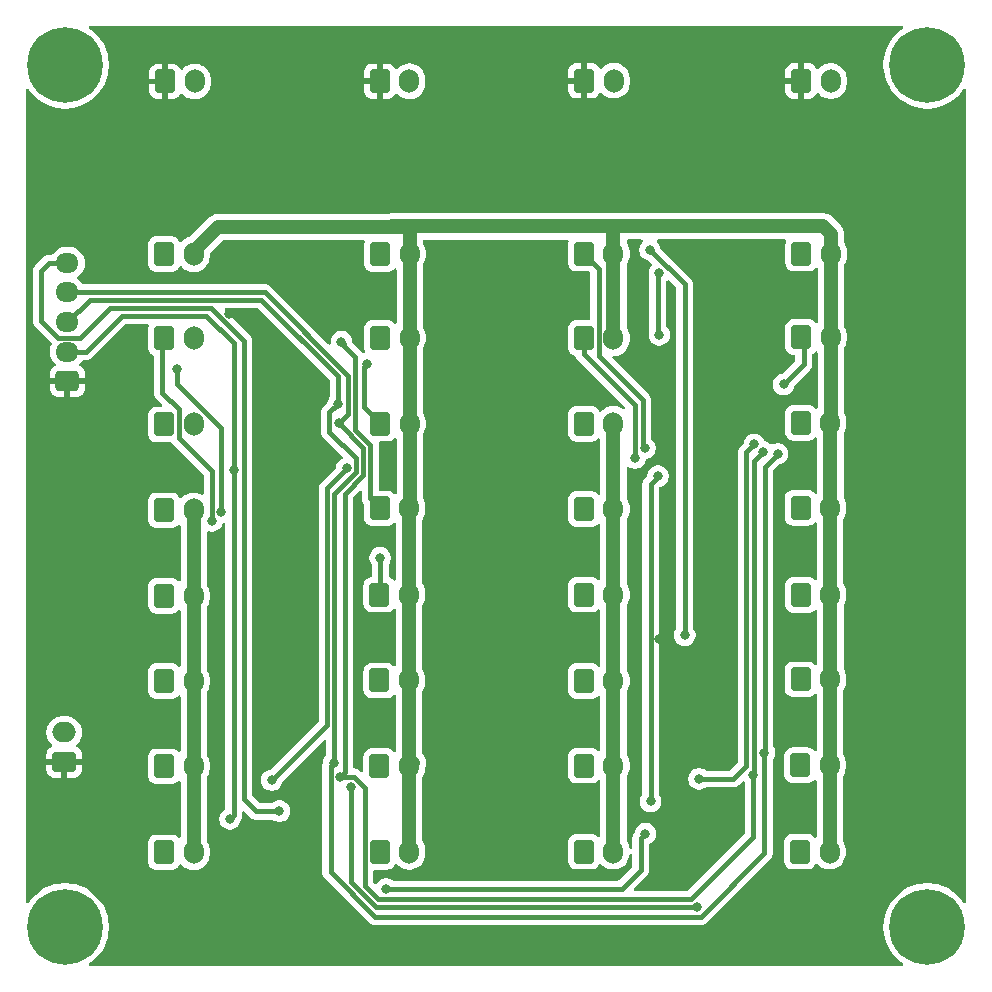
<source format=gbr>
%TF.GenerationSoftware,KiCad,Pcbnew,9.0.3*%
%TF.CreationDate,2025-07-23T09:39:23+02:00*%
%TF.ProjectId,LED-driver-Board,4c45442d-6472-4697-9665-722d426f6172,rev?*%
%TF.SameCoordinates,Original*%
%TF.FileFunction,Copper,L2,Bot*%
%TF.FilePolarity,Positive*%
%FSLAX46Y46*%
G04 Gerber Fmt 4.6, Leading zero omitted, Abs format (unit mm)*
G04 Created by KiCad (PCBNEW 9.0.3) date 2025-07-23 09:39:23*
%MOMM*%
%LPD*%
G01*
G04 APERTURE LIST*
G04 Aperture macros list*
%AMRoundRect*
0 Rectangle with rounded corners*
0 $1 Rounding radius*
0 $2 $3 $4 $5 $6 $7 $8 $9 X,Y pos of 4 corners*
0 Add a 4 corners polygon primitive as box body*
4,1,4,$2,$3,$4,$5,$6,$7,$8,$9,$2,$3,0*
0 Add four circle primitives for the rounded corners*
1,1,$1+$1,$2,$3*
1,1,$1+$1,$4,$5*
1,1,$1+$1,$6,$7*
1,1,$1+$1,$8,$9*
0 Add four rect primitives between the rounded corners*
20,1,$1+$1,$2,$3,$4,$5,0*
20,1,$1+$1,$4,$5,$6,$7,0*
20,1,$1+$1,$6,$7,$8,$9,0*
20,1,$1+$1,$8,$9,$2,$3,0*%
G04 Aperture macros list end*
%TA.AperFunction,ComponentPad*%
%ADD10O,1.700000X2.000000*%
%TD*%
%TA.AperFunction,ComponentPad*%
%ADD11RoundRect,0.250000X-0.600000X-0.750000X0.600000X-0.750000X0.600000X0.750000X-0.600000X0.750000X0*%
%TD*%
%TA.AperFunction,ComponentPad*%
%ADD12C,6.400000*%
%TD*%
%TA.AperFunction,ComponentPad*%
%ADD13RoundRect,0.250000X0.725000X-0.600000X0.725000X0.600000X-0.725000X0.600000X-0.725000X-0.600000X0*%
%TD*%
%TA.AperFunction,ComponentPad*%
%ADD14O,1.950000X1.700000*%
%TD*%
%TA.AperFunction,ComponentPad*%
%ADD15RoundRect,0.250000X0.750000X-0.600000X0.750000X0.600000X-0.750000X0.600000X-0.750000X-0.600000X0*%
%TD*%
%TA.AperFunction,ComponentPad*%
%ADD16O,2.000000X1.700000*%
%TD*%
%TA.AperFunction,ViaPad*%
%ADD17C,0.800000*%
%TD*%
%TA.AperFunction,Conductor*%
%ADD18C,0.400000*%
%TD*%
%TA.AperFunction,Conductor*%
%ADD19C,1.200000*%
%TD*%
G04 APERTURE END LIST*
D10*
%TO.P,J4,2,Pin_2*%
%TO.N,VDC*%
X84400000Y-102225000D03*
D11*
%TO.P,J4,1,Pin_1*%
%TO.N,LED4*%
X81900000Y-102225000D03*
%TD*%
D10*
%TO.P,J3,2,Pin_2*%
%TO.N,VDC*%
X84400000Y-94950000D03*
D11*
%TO.P,J3,1,Pin_1*%
%TO.N,LED3*%
X81900000Y-94950000D03*
%TD*%
D10*
%TO.P,J7,2,Pin_2*%
%TO.N,VDC*%
X84400000Y-123900000D03*
D11*
%TO.P,J7,1,Pin_1*%
%TO.N,LED7*%
X81900000Y-123900000D03*
%TD*%
D10*
%TO.P,J5,2,Pin_2*%
%TO.N,VDC*%
X84400000Y-109450000D03*
D11*
%TO.P,J5,1,Pin_1*%
%TO.N,LED5*%
X81900000Y-109450000D03*
%TD*%
D10*
%TO.P,J8,2,Pin_2*%
%TO.N,VDC*%
X84400000Y-131175000D03*
D11*
%TO.P,J8,1,Pin_1*%
%TO.N,LED8*%
X81900000Y-131175000D03*
%TD*%
D10*
%TO.P,J6,2,Pin_2*%
%TO.N,VDC*%
X84400000Y-116675000D03*
D11*
%TO.P,J6,1,Pin_1*%
%TO.N,LED6*%
X81900000Y-116675000D03*
%TD*%
D10*
%TO.P,J1,2,Pin_2*%
%TO.N,VDC*%
X84400000Y-80525000D03*
D11*
%TO.P,J1,1,Pin_1*%
%TO.N,LED1*%
X81900000Y-80525000D03*
%TD*%
D10*
%TO.P,J2,2,Pin_2*%
%TO.N,VDC*%
X84400000Y-87650000D03*
D11*
%TO.P,J2,1,Pin_1*%
%TO.N,LED2*%
X81900000Y-87650000D03*
%TD*%
D10*
%TO.P,J33,2,Pin_2*%
%TO.N,OE1*%
X84490000Y-65910000D03*
D11*
%TO.P,J33,1,Pin_1*%
%TO.N,GND*%
X81990000Y-65910000D03*
%TD*%
%TO.P,J27,1,Pin_1*%
%TO.N,LED27*%
X135810000Y-94805000D03*
D10*
%TO.P,J27,2,Pin_2*%
%TO.N,VDC*%
X138310000Y-94805000D03*
%TD*%
D11*
%TO.P,J36,1,Pin_1*%
%TO.N,GND*%
X135840000Y-65870000D03*
D10*
%TO.P,J36,2,Pin_2*%
%TO.N,OE4*%
X138340000Y-65870000D03*
%TD*%
D11*
%TO.P,J32,1,Pin_1*%
%TO.N,LED32*%
X135735000Y-131105000D03*
D10*
%TO.P,J32,2,Pin_2*%
%TO.N,VDC*%
X138235000Y-131105000D03*
%TD*%
D11*
%TO.P,J15,1,Pin_1*%
%TO.N,LED15*%
X100130000Y-123875000D03*
D10*
%TO.P,J15,2,Pin_2*%
%TO.N,VDC*%
X102630000Y-123875000D03*
%TD*%
D11*
%TO.P,J25,1,Pin_1*%
%TO.N,LED25*%
X135860000Y-80480000D03*
D10*
%TO.P,J25,2,Pin_2*%
%TO.N,VDC*%
X138360000Y-80480000D03*
%TD*%
D12*
%TO.P,H1,1*%
%TO.N,N/C*%
X73500000Y-64500000D03*
%TD*%
%TO.P,H3,1*%
%TO.N,N/C*%
X73500000Y-137500000D03*
%TD*%
D11*
%TO.P,J30,1,Pin_1*%
%TO.N,LED30*%
X135785000Y-116530000D03*
D10*
%TO.P,J30,2,Pin_2*%
%TO.N,VDC*%
X138285000Y-116530000D03*
%TD*%
D11*
%TO.P,J29,1,Pin_1*%
%TO.N,LED29*%
X135810000Y-109380000D03*
D10*
%TO.P,J29,2,Pin_2*%
%TO.N,VDC*%
X138310000Y-109380000D03*
%TD*%
D11*
%TO.P,J31,1,Pin_1*%
%TO.N,LED31*%
X135760000Y-123805000D03*
D10*
%TO.P,J31,2,Pin_2*%
%TO.N,VDC*%
X138260000Y-123805000D03*
%TD*%
D11*
%TO.P,J24,1,Pin_1*%
%TO.N,LED24*%
X117440000Y-131110000D03*
D10*
%TO.P,J24,2,Pin_2*%
%TO.N,VDC*%
X119940000Y-131110000D03*
%TD*%
D11*
%TO.P,J35,1,Pin_1*%
%TO.N,GND*%
X117470000Y-65840000D03*
D10*
%TO.P,J35,2,Pin_2*%
%TO.N,OE3*%
X119970000Y-65840000D03*
%TD*%
D11*
%TO.P,J12,1,Pin_1*%
%TO.N,LED12*%
X100155000Y-102050000D03*
D10*
%TO.P,J12,2,Pin_2*%
%TO.N,VDC*%
X102655000Y-102050000D03*
%TD*%
D11*
%TO.P,J26,1,Pin_1*%
%TO.N,LED26*%
X135835000Y-87555000D03*
D10*
%TO.P,J26,2,Pin_2*%
%TO.N,VDC*%
X138335000Y-87555000D03*
%TD*%
D12*
%TO.P,H4,1*%
%TO.N,N/C*%
X146500000Y-137500000D03*
%TD*%
D11*
%TO.P,J20,1,Pin_1*%
%TO.N,LED20*%
X117440000Y-102110000D03*
D10*
%TO.P,J20,2,Pin_2*%
%TO.N,VDC*%
X119940000Y-102110000D03*
%TD*%
D12*
%TO.P,H2,1*%
%TO.N,N/C*%
X146500000Y-64500000D03*
%TD*%
D11*
%TO.P,J18,1,Pin_1*%
%TO.N,LED18*%
X117440000Y-87635000D03*
D10*
%TO.P,J18,2,Pin_2*%
%TO.N,VDC*%
X119940000Y-87635000D03*
%TD*%
D13*
%TO.P,J103,1,Pin_1*%
%TO.N,GND*%
X73710000Y-91275000D03*
D14*
%TO.P,J103,2,Pin_2*%
%TO.N,+5V*%
X73710000Y-88775000D03*
%TO.P,J103,3,Pin_3*%
%TO.N,LATCH*%
X73710000Y-86275000D03*
%TO.P,J103,4,Pin_4*%
%TO.N,CLK*%
X73710000Y-83775000D03*
%TO.P,J103,5,Pin_5*%
%TO.N,SDI*%
X73710000Y-81275000D03*
%TD*%
D11*
%TO.P,J10,1,Pin_1*%
%TO.N,LED10*%
X100180000Y-87625000D03*
D10*
%TO.P,J10,2,Pin_2*%
%TO.N,VDC*%
X102680000Y-87625000D03*
%TD*%
D11*
%TO.P,J17,1,Pin_1*%
%TO.N,LED17*%
X117440000Y-80485000D03*
D10*
%TO.P,J17,2,Pin_2*%
%TO.N,VDC*%
X119940000Y-80485000D03*
%TD*%
D11*
%TO.P,J21,1,Pin_1*%
%TO.N,LED21*%
X117440000Y-109360000D03*
D10*
%TO.P,J21,2,Pin_2*%
%TO.N,VDC*%
X119940000Y-109360000D03*
%TD*%
D11*
%TO.P,J19,1,Pin_1*%
%TO.N,LED19*%
X117440000Y-94885000D03*
D10*
%TO.P,J19,2,Pin_2*%
%TO.N,VDC*%
X119940000Y-94885000D03*
%TD*%
D11*
%TO.P,J22,1,Pin_1*%
%TO.N,LED22*%
X117440000Y-116660000D03*
D10*
%TO.P,J22,2,Pin_2*%
%TO.N,VDC*%
X119940000Y-116660000D03*
%TD*%
D11*
%TO.P,J28,1,Pin_1*%
%TO.N,LED28*%
X135785000Y-102005000D03*
D10*
%TO.P,J28,2,Pin_2*%
%TO.N,VDC*%
X138285000Y-102005000D03*
%TD*%
D11*
%TO.P,J13,1,Pin_1*%
%TO.N,LED13*%
X100130000Y-109350000D03*
D10*
%TO.P,J13,2,Pin_2*%
%TO.N,VDC*%
X102630000Y-109350000D03*
%TD*%
D11*
%TO.P,J34,1,Pin_1*%
%TO.N,GND*%
X100160000Y-65890000D03*
D10*
%TO.P,J34,2,Pin_2*%
%TO.N,OE2*%
X102660000Y-65890000D03*
%TD*%
D11*
%TO.P,J23,1,Pin_1*%
%TO.N,LED23*%
X117440000Y-123835000D03*
D10*
%TO.P,J23,2,Pin_2*%
%TO.N,VDC*%
X119940000Y-123835000D03*
%TD*%
D11*
%TO.P,J14,1,Pin_1*%
%TO.N,LED14*%
X100130000Y-116625000D03*
D10*
%TO.P,J14,2,Pin_2*%
%TO.N,VDC*%
X102630000Y-116625000D03*
%TD*%
D15*
%TO.P,J102,1,Pin_1*%
%TO.N,GND*%
X73430000Y-123515000D03*
D16*
%TO.P,J102,2,Pin_2*%
%TO.N,VDC*%
X73430000Y-121015000D03*
%TD*%
D11*
%TO.P,J11,1,Pin_1*%
%TO.N,LED11*%
X100180000Y-94875000D03*
D10*
%TO.P,J11,2,Pin_2*%
%TO.N,VDC*%
X102680000Y-94875000D03*
%TD*%
D11*
%TO.P,J9,1,Pin_1*%
%TO.N,LED9*%
X100180000Y-80525000D03*
D10*
%TO.P,J9,2,Pin_2*%
%TO.N,VDC*%
X102680000Y-80525000D03*
%TD*%
D11*
%TO.P,J16,1,Pin_1*%
%TO.N,LED16*%
X100155000Y-131125000D03*
D10*
%TO.P,J16,2,Pin_2*%
%TO.N,VDC*%
X102655000Y-131125000D03*
%TD*%
D17*
%TO.N,GND*%
X86270000Y-122660000D03*
X86290000Y-118180000D03*
%TO.N,SDI*%
X91660000Y-127690000D03*
%TO.N,+5V*%
X122650000Y-129600000D03*
X100690000Y-134270000D03*
%TO.N,GND*%
X124240000Y-103850000D03*
X124800000Y-104480000D03*
%TO.N,+5V*%
X87780000Y-98820000D03*
X87470000Y-128350000D03*
X123710000Y-99330000D03*
X123080000Y-126870000D03*
%TO.N,LATCH*%
X96260000Y-123626764D03*
X133835000Y-97435000D03*
X96620000Y-93190000D03*
X132710000Y-122729232D03*
%TO.N,GND*%
X113265000Y-119175000D03*
X144820000Y-85330000D03*
X87360000Y-85590000D03*
X117220000Y-91870000D03*
X113740000Y-85420000D03*
X74455000Y-72825000D03*
X131540000Y-80200000D03*
X100290000Y-119630000D03*
X133190000Y-88336764D03*
X88085000Y-80065000D03*
X90035000Y-136855000D03*
X98310000Y-107240000D03*
X136120000Y-84210000D03*
X130000000Y-137080000D03*
X135170000Y-105310000D03*
X135915000Y-70861764D03*
X90790000Y-103930000D03*
X92240000Y-112940000D03*
X85935000Y-128051764D03*
X123780000Y-113100000D03*
X93960000Y-80090000D03*
X121840000Y-71225000D03*
X112690000Y-103300000D03*
X113040000Y-93400000D03*
X112890000Y-71875000D03*
X130340000Y-86636764D03*
X113190000Y-112075000D03*
X135860000Y-127030000D03*
X106020000Y-85860000D03*
X128900000Y-130060000D03*
X136080000Y-119640000D03*
X106040000Y-93630000D03*
X106115000Y-112130000D03*
X129660000Y-102650000D03*
X93620000Y-130120000D03*
X71930000Y-132710000D03*
X92110000Y-88560000D03*
X145320000Y-71820000D03*
X107820000Y-139180000D03*
X106040000Y-103230000D03*
X71880000Y-96870000D03*
X86250000Y-111040000D03*
X117320000Y-83570000D03*
X144860000Y-132270000D03*
X144780000Y-114540000D03*
X117290000Y-98190000D03*
X144750000Y-97580000D03*
X106190000Y-126555000D03*
X113120000Y-80240000D03*
X89750000Y-112130000D03*
X98250000Y-81920000D03*
X128170000Y-66690000D03*
X95100000Y-98910000D03*
X106115000Y-119330000D03*
X113265000Y-126700000D03*
X95750000Y-85670000D03*
X92700000Y-106020000D03*
X135250000Y-99770000D03*
X106305000Y-80305000D03*
X129800000Y-82230000D03*
X100770000Y-98200000D03*
X71880000Y-109140000D03*
X71880000Y-103120000D03*
%TO.N,CLK*%
X96685000Y-94851764D03*
X132635097Y-97268611D03*
X131770882Y-124655882D03*
X96785000Y-124776764D03*
%TO.N,Net-(U1-SDO)*%
X97360000Y-98669465D03*
X91010000Y-125065000D03*
%TO.N,Net-(U2-SDO)*%
X97710000Y-125640000D03*
X126990000Y-135810000D03*
%TO.N,Net-(U3-SDO)*%
X131860000Y-96636764D03*
X127181814Y-124951814D03*
%TO.N,LED1*%
X82980000Y-90280000D03*
X86750000Y-102380000D03*
%TO.N,LED2*%
X85950000Y-103110000D03*
%TO.N,LED11*%
X99050000Y-89800000D03*
%TO.N,LED12*%
X96910053Y-87950526D03*
%TO.N,LED13*%
X100185000Y-106230000D03*
%TO.N,LED17*%
X122620000Y-96950000D03*
%TO.N,LED18*%
X121770000Y-97790000D03*
%TO.N,LED26*%
X134340000Y-91560000D03*
%TO.N,OE4*%
X123820000Y-82150000D03*
X123820000Y-87360000D03*
%TO.N,Net-(R3-Pad1)*%
X123020000Y-80150000D03*
X125980000Y-112800000D03*
%TD*%
D18*
%TO.N,LED13*%
X100185000Y-106230000D02*
X100185000Y-109351764D01*
%TO.N,SDI*%
X89670000Y-127690000D02*
X91660000Y-127690000D01*
X88630000Y-126650000D02*
X89670000Y-127690000D01*
X88630000Y-87851364D02*
X88630000Y-126650000D01*
X74810000Y-87590000D02*
X77340000Y-85060000D01*
X77340000Y-85060000D02*
X85838636Y-85060000D01*
X85838636Y-85060000D02*
X88630000Y-87851364D01*
X72930000Y-87590000D02*
X74810000Y-87590000D01*
X71490000Y-86150000D02*
X72930000Y-87590000D01*
X73710000Y-81275000D02*
X72185000Y-81275000D01*
X72185000Y-81275000D02*
X71490000Y-81970000D01*
X71490000Y-81970000D02*
X71490000Y-86150000D01*
%TO.N,+5V*%
X75295000Y-88775000D02*
X73710000Y-88775000D01*
X78340000Y-85730000D02*
X75295000Y-88775000D01*
X87770000Y-88090000D02*
X85410000Y-85730000D01*
X87770000Y-98450000D02*
X87770000Y-88090000D01*
X85410000Y-85730000D02*
X78340000Y-85730000D01*
X87780000Y-128040000D02*
X87470000Y-128350000D01*
X87780000Y-98820000D02*
X87780000Y-128040000D01*
X122250000Y-130000000D02*
X122650000Y-129600000D01*
X122250000Y-132650000D02*
X122250000Y-130000000D01*
X120670000Y-134270000D02*
X122270000Y-132670000D01*
X122270000Y-132670000D02*
X122250000Y-132650000D01*
X123080000Y-100020000D02*
X123710000Y-99390000D01*
X123080000Y-126870000D02*
X123080000Y-100020000D01*
X123710000Y-99390000D02*
X123710000Y-99330000D01*
%TO.N,LED18*%
X117415000Y-88975000D02*
X117415000Y-87661764D01*
X121770000Y-97790000D02*
X121770000Y-93330000D01*
X121770000Y-93330000D02*
X117415000Y-88975000D01*
%TO.N,LED17*%
X118690000Y-89170000D02*
X118690000Y-81786764D01*
X122410000Y-92890000D02*
X118690000Y-89170000D01*
X122410000Y-96740000D02*
X122410000Y-92890000D01*
X122620000Y-96950000D02*
X122410000Y-96740000D01*
X118690000Y-81786764D02*
X117415000Y-80511764D01*
D19*
%TO.N,VDC*%
X138260000Y-131080000D02*
X138235000Y-131105000D01*
X138260000Y-123805000D02*
X138260000Y-131080000D01*
X138285000Y-123780000D02*
X138260000Y-123805000D01*
X138285000Y-116530000D02*
X138285000Y-123780000D01*
X138310000Y-116505000D02*
X138285000Y-116530000D01*
X138310000Y-109380000D02*
X138310000Y-116505000D01*
X138285000Y-109355000D02*
X138310000Y-109380000D01*
X138285000Y-102005000D02*
X138285000Y-109355000D01*
X138310000Y-94805000D02*
X138310000Y-101980000D01*
X138310000Y-101980000D02*
X138285000Y-102005000D01*
X138335000Y-94780000D02*
X138310000Y-94805000D01*
X138335000Y-87555000D02*
X138335000Y-94780000D01*
X138360000Y-87530000D02*
X138335000Y-87555000D01*
X138360000Y-80480000D02*
X138360000Y-87530000D01*
X120018265Y-78175000D02*
X137705000Y-78175000D01*
X137705000Y-78175000D02*
X138360000Y-78830000D01*
X138360000Y-78830000D02*
X138360000Y-80480000D01*
X119940000Y-102110000D02*
X119940000Y-94885000D01*
X119940000Y-80485000D02*
X119940000Y-87635000D01*
X119940000Y-80485000D02*
X119940000Y-78253265D01*
X119940000Y-78253265D02*
X120018265Y-78175000D01*
X119940000Y-123835000D02*
X119940000Y-131110000D01*
X119940000Y-116660000D02*
X119940000Y-123835000D01*
X119940000Y-109360000D02*
X119940000Y-116660000D01*
X119940000Y-102110000D02*
X119940000Y-109360000D01*
X102630000Y-131100000D02*
X102655000Y-131125000D01*
X102630000Y-123875000D02*
X102630000Y-131100000D01*
X102630000Y-116625000D02*
X102630000Y-123875000D01*
X102630000Y-109350000D02*
X102630000Y-116625000D01*
X102655000Y-109325000D02*
X102630000Y-109350000D01*
X102655000Y-102050000D02*
X102655000Y-109325000D01*
X102680000Y-102025000D02*
X102655000Y-102050000D01*
X102680000Y-94875000D02*
X102680000Y-102025000D01*
X102680000Y-87625000D02*
X102680000Y-94875000D01*
X102680000Y-80525000D02*
X102680000Y-87625000D01*
X102680000Y-78485000D02*
X102950000Y-78215000D01*
X102680000Y-80525000D02*
X102680000Y-78485000D01*
X84400000Y-123900000D02*
X84400000Y-131175000D01*
X84400000Y-116675000D02*
X84400000Y-123900000D01*
X84400000Y-109450000D02*
X84400000Y-116675000D01*
X84400000Y-102225000D02*
X84400000Y-109450000D01*
D18*
%TO.N,LATCH*%
X95885000Y-95551764D02*
X98160000Y-97826764D01*
X95885000Y-93925000D02*
X95885000Y-95551764D01*
X95984000Y-132813942D02*
X99781058Y-136611000D01*
X133835000Y-97435000D02*
X132740000Y-98530000D01*
X95984000Y-123902764D02*
X95984000Y-132813942D01*
X73710000Y-86275000D02*
X75609000Y-84376000D01*
X132740000Y-122699232D02*
X132710000Y-122729232D01*
X96620000Y-93190000D02*
X95885000Y-93925000D01*
X96310000Y-123576764D02*
X96260000Y-123626764D01*
X127321786Y-136611000D02*
X132710000Y-131222786D01*
X75609000Y-84376000D02*
X90136000Y-84376000D01*
X99781058Y-136611000D02*
X127321786Y-136611000D01*
X132740000Y-98530000D02*
X132740000Y-122699232D01*
X132710000Y-131222786D02*
X132710000Y-122729232D01*
X96260000Y-123626764D02*
X95984000Y-123902764D01*
X96310000Y-100850836D02*
X96310000Y-123576764D01*
X98160000Y-99000836D02*
X96310000Y-100850836D01*
X90136000Y-84376000D02*
X96620000Y-90860000D01*
X98160000Y-97826764D02*
X98160000Y-99000836D01*
X96620000Y-90860000D02*
X96620000Y-93190000D01*
%TO.N,CLK*%
X97490000Y-94046764D02*
X96685000Y-94851764D01*
X97490000Y-90852786D02*
X97490000Y-94046764D01*
X98760000Y-96926764D02*
X96685000Y-94851764D01*
X97979550Y-124776764D02*
X98904000Y-125701214D01*
X126510000Y-135160000D02*
X131770882Y-129899118D01*
X97170000Y-100839364D02*
X98760000Y-99249364D01*
X96785000Y-124776764D02*
X97170000Y-124391764D01*
X131815000Y-124611764D02*
X131770882Y-124655882D01*
X132635097Y-97268611D02*
X132571389Y-97268611D01*
X131770882Y-129899118D02*
X131770882Y-124655882D01*
X73710000Y-83775000D02*
X90412214Y-83775000D01*
X98760000Y-99249364D02*
X98760000Y-96926764D01*
X100029942Y-135160000D02*
X126510000Y-135160000D01*
X96785000Y-124776764D02*
X97979550Y-124776764D01*
X98904000Y-134034058D02*
X100029942Y-135160000D01*
X132571389Y-97268611D02*
X131815000Y-98025000D01*
X90412214Y-83775000D02*
X97490000Y-90852786D01*
X131815000Y-98025000D02*
X131815000Y-124611764D01*
X97170000Y-124391764D02*
X97170000Y-100839364D01*
X98904000Y-125701214D02*
X98904000Y-134034058D01*
D19*
%TO.N,VDC*%
X120018265Y-78175000D02*
X120003265Y-78160000D01*
X102685000Y-80576764D02*
X102735000Y-80526764D01*
D18*
X84260000Y-123901764D02*
X84185000Y-123826764D01*
D19*
X102950000Y-123611764D02*
X102685000Y-123876764D01*
X84235000Y-94851764D02*
X84210000Y-94876764D01*
X138565000Y-87586764D02*
X138540000Y-87611764D01*
X84210000Y-131051764D02*
X84260000Y-131101764D01*
X84260000Y-87551764D02*
X84235000Y-87576764D01*
X120003265Y-102048499D02*
X119915000Y-102136764D01*
X120013265Y-78180000D02*
X101155000Y-78180000D01*
D18*
X84210000Y-102151764D02*
X84351764Y-102151764D01*
D19*
X86496764Y-78215000D02*
X84260000Y-80451764D01*
D18*
X138540000Y-87611764D02*
X138540000Y-88210000D01*
D19*
X102710000Y-131126764D02*
X102685000Y-131101764D01*
X120003265Y-78160000D02*
X119988265Y-78175000D01*
X138565000Y-80536764D02*
X138565000Y-80194912D01*
X120018265Y-78175000D02*
X120013265Y-78180000D01*
D18*
X138540000Y-88210000D02*
X138515000Y-88235000D01*
X84351764Y-102151764D02*
X84460000Y-102260000D01*
D19*
X102950000Y-78215000D02*
X86496764Y-78215000D01*
X138515000Y-131086764D02*
X138440000Y-131161764D01*
D18*
%TO.N,Net-(U1-SDO)*%
X95710000Y-100319465D02*
X95710000Y-120365000D01*
X95710000Y-120365000D02*
X91010000Y-125065000D01*
X97360000Y-98669465D02*
X95710000Y-100319465D01*
%TO.N,Net-(U2-SDO)*%
X97710000Y-133690000D02*
X97710000Y-125640000D01*
X126990000Y-135810000D02*
X126930000Y-135870000D01*
X99830000Y-135810000D02*
X97710000Y-133690000D01*
X126990000Y-135810000D02*
X99830000Y-135810000D01*
%TO.N,Net-(U3-SDO)*%
X131190000Y-97306764D02*
X131860000Y-96636764D01*
X130090000Y-124960000D02*
X131190000Y-123860000D01*
X127190000Y-124960000D02*
X130090000Y-124960000D01*
X127181814Y-124951814D02*
X127190000Y-124960000D01*
X131190000Y-123860000D02*
X131190000Y-97306764D01*
%TO.N,LED1*%
X82985000Y-91515000D02*
X82985000Y-90285000D01*
D19*
X81760000Y-80115000D02*
X81760000Y-80451764D01*
D18*
X86750000Y-102380000D02*
X86750000Y-95280000D01*
X82985000Y-90285000D02*
X82980000Y-90280000D01*
X86750000Y-95280000D02*
X82985000Y-91515000D01*
%TO.N,LED2*%
X81735000Y-92265000D02*
X81735000Y-87576764D01*
X85950000Y-103110000D02*
X85950000Y-98892930D01*
X85950000Y-98892930D02*
X83150000Y-96092930D01*
X83150000Y-96092930D02*
X83150000Y-93680000D01*
X81735000Y-87576764D02*
X81760000Y-87551764D01*
X83150000Y-93680000D02*
X81735000Y-92265000D01*
%TO.N,LED3*%
X81735000Y-94851764D02*
X81710000Y-94876764D01*
%TO.N,LED4*%
X81873236Y-102151764D02*
X81710000Y-102151764D01*
%TO.N,LED5*%
X81710000Y-109351764D02*
X81735000Y-109376764D01*
%TO.N,LED6*%
X81735000Y-116576764D02*
X81710000Y-116601764D01*
%TO.N,LED7*%
X81685000Y-124051764D02*
X81760000Y-124126764D01*
X81710000Y-123801764D02*
X81685000Y-123826764D01*
X81685000Y-123826764D02*
X81685000Y-124051764D01*
%TO.N,LED11*%
X98800000Y-90080000D02*
X98800000Y-93441764D01*
X98800000Y-93441764D02*
X100235000Y-94876764D01*
X99050000Y-89800000D02*
X99050000Y-89830000D01*
X100210000Y-94901764D02*
X100235000Y-94876764D01*
X99050000Y-89830000D02*
X98800000Y-90080000D01*
%TO.N,LED12*%
X98090000Y-95408236D02*
X99360000Y-96678236D01*
X99360000Y-101201764D02*
X100210000Y-102051764D01*
X99360000Y-96678236D02*
X99360000Y-101201764D01*
X100185000Y-102076764D02*
X100210000Y-102051764D01*
X97110000Y-88271371D02*
X98090000Y-89251371D01*
X96910053Y-87950526D02*
X97110000Y-88150473D01*
X97110000Y-88150473D02*
X97110000Y-88271371D01*
X98090000Y-89251371D02*
X98090000Y-95408236D01*
%TO.N,LED15*%
X100210000Y-123901764D02*
X100185000Y-123876764D01*
%TO.N,LED18*%
X117390000Y-87586764D02*
X117465000Y-87661764D01*
%TO.N,LED19*%
X117465000Y-94886764D02*
X117490000Y-94911764D01*
%TO.N,LED20*%
X117490000Y-102086764D02*
X117440000Y-102136764D01*
X117415000Y-102352452D02*
X117415000Y-102136764D01*
%TO.N,LED21*%
X117440000Y-109361764D02*
X117415000Y-109386764D01*
%TO.N,LED22*%
X117415000Y-116636764D02*
X117365000Y-116686764D01*
%TO.N,LED24*%
X117365000Y-131086764D02*
X117415000Y-131136764D01*
%TO.N,LED25*%
X136040000Y-80561764D02*
X136065000Y-80536764D01*
D19*
X136040000Y-80561764D02*
X136040000Y-80425000D01*
D18*
%TO.N,LED26*%
X136015000Y-87636764D02*
X136040000Y-87611764D01*
X134340000Y-91560000D02*
X136040000Y-89860000D01*
X136040000Y-89860000D02*
X136040000Y-87611764D01*
%TO.N,LED27*%
X135990000Y-94886764D02*
X136015000Y-94861764D01*
%TO.N,LED28*%
X136015000Y-102086764D02*
X135990000Y-102061764D01*
%TO.N,LED29*%
X135990000Y-109461764D02*
X136015000Y-109436764D01*
%TO.N,LED30*%
X135965000Y-116611764D02*
X135990000Y-116586764D01*
%TO.N,LED31*%
X135940000Y-123886764D02*
X135965000Y-123861764D01*
%TO.N,OE4*%
X123820000Y-82150000D02*
X123690000Y-82280000D01*
X123690000Y-87230000D02*
X123820000Y-87360000D01*
X123690000Y-82280000D02*
X123690000Y-87230000D01*
%TO.N,Net-(R3-Pad1)*%
X125960000Y-83090000D02*
X123020000Y-80150000D01*
X125980000Y-112800000D02*
X125960000Y-112780000D01*
X125960000Y-112780000D02*
X125960000Y-83090000D01*
%TO.N,+5V*%
X100690000Y-134270000D02*
X120670000Y-134270000D01*
%TD*%
%TA.AperFunction,Conductor*%
%TO.N,GND*%
G36*
X116084214Y-79308185D02*
G01*
X116129969Y-79360989D01*
X116139913Y-79430147D01*
X116134881Y-79451503D01*
X116092113Y-79580570D01*
X116092113Y-79580571D01*
X116081500Y-79684447D01*
X116081500Y-81285537D01*
X116081501Y-81285553D01*
X116092113Y-81389427D01*
X116147884Y-81557735D01*
X116147886Y-81557740D01*
X116174995Y-81601690D01*
X116240970Y-81708652D01*
X116366348Y-81834030D01*
X116517262Y-81927115D01*
X116685574Y-81982887D01*
X116789455Y-81993500D01*
X117843402Y-81993499D01*
X117872848Y-82002145D01*
X117902829Y-82008667D01*
X117907842Y-82012419D01*
X117910441Y-82013183D01*
X117931083Y-82029818D01*
X117945181Y-82043916D01*
X117978666Y-82105239D01*
X117981500Y-82131597D01*
X117981500Y-86002500D01*
X117961815Y-86069539D01*
X117909011Y-86115294D01*
X117857500Y-86126500D01*
X116789462Y-86126500D01*
X116789446Y-86126501D01*
X116685572Y-86137113D01*
X116517264Y-86192884D01*
X116517259Y-86192886D01*
X116366346Y-86285971D01*
X116240971Y-86411346D01*
X116147886Y-86562259D01*
X116147884Y-86562264D01*
X116092113Y-86730572D01*
X116081500Y-86834447D01*
X116081500Y-88435537D01*
X116081501Y-88435553D01*
X116092113Y-88539427D01*
X116144190Y-88696587D01*
X116147885Y-88707738D01*
X116240970Y-88858652D01*
X116366348Y-88984030D01*
X116517262Y-89077115D01*
X116611766Y-89108430D01*
X116664122Y-89125779D01*
X116721567Y-89165551D01*
X116739679Y-89196032D01*
X116787136Y-89310604D01*
X116864671Y-89426642D01*
X116864674Y-89426646D01*
X120851192Y-93413163D01*
X120884677Y-93474486D01*
X120879693Y-93544178D01*
X120837821Y-93600111D01*
X120772357Y-93624528D01*
X120704084Y-93609676D01*
X120690626Y-93601162D01*
X120652012Y-93573108D01*
X120652011Y-93573107D01*
X120652009Y-93573106D01*
X120590969Y-93542004D01*
X120461483Y-93476027D01*
X120461480Y-93476026D01*
X120258117Y-93409951D01*
X120113923Y-93387113D01*
X120046916Y-93376500D01*
X119833084Y-93376500D01*
X119766077Y-93387113D01*
X119621882Y-93409951D01*
X119418519Y-93476026D01*
X119418516Y-93476027D01*
X119227990Y-93573106D01*
X119054997Y-93698793D01*
X118922896Y-93830894D01*
X118861573Y-93864378D01*
X118791881Y-93859394D01*
X118735948Y-93817522D01*
X118729684Y-93808320D01*
X118639030Y-93661348D01*
X118513652Y-93535970D01*
X118362738Y-93442885D01*
X118357605Y-93441184D01*
X118194427Y-93387113D01*
X118090545Y-93376500D01*
X116789462Y-93376500D01*
X116789446Y-93376501D01*
X116685572Y-93387113D01*
X116517264Y-93442884D01*
X116517259Y-93442886D01*
X116366346Y-93535971D01*
X116240971Y-93661346D01*
X116147886Y-93812259D01*
X116147884Y-93812264D01*
X116092113Y-93980572D01*
X116081500Y-94084447D01*
X116081500Y-95685537D01*
X116081501Y-95685553D01*
X116092113Y-95789427D01*
X116106108Y-95831662D01*
X116147885Y-95957738D01*
X116240970Y-96108652D01*
X116366348Y-96234030D01*
X116517262Y-96327115D01*
X116685574Y-96382887D01*
X116789455Y-96393500D01*
X118090544Y-96393499D01*
X118194426Y-96382887D01*
X118362738Y-96327115D01*
X118513652Y-96234030D01*
X118619819Y-96127863D01*
X118681142Y-96094378D01*
X118750834Y-96099362D01*
X118806767Y-96141234D01*
X118831184Y-96206698D01*
X118831500Y-96215544D01*
X118831500Y-100779456D01*
X118811815Y-100846495D01*
X118759011Y-100892250D01*
X118689853Y-100902194D01*
X118626297Y-100873169D01*
X118619819Y-100867137D01*
X118513653Y-100760971D01*
X118513652Y-100760970D01*
X118362738Y-100667885D01*
X118309820Y-100650350D01*
X118194427Y-100612113D01*
X118090545Y-100601500D01*
X116789462Y-100601500D01*
X116789446Y-100601501D01*
X116685572Y-100612113D01*
X116517264Y-100667884D01*
X116517259Y-100667886D01*
X116366346Y-100760971D01*
X116240971Y-100886346D01*
X116147886Y-101037259D01*
X116147884Y-101037264D01*
X116092113Y-101205572D01*
X116081500Y-101309447D01*
X116081500Y-102910537D01*
X116081501Y-102910553D01*
X116092113Y-103014427D01*
X116095797Y-103025544D01*
X116147885Y-103182738D01*
X116240970Y-103333652D01*
X116366348Y-103459030D01*
X116517262Y-103552115D01*
X116685574Y-103607887D01*
X116789455Y-103618500D01*
X118090544Y-103618499D01*
X118194426Y-103607887D01*
X118362738Y-103552115D01*
X118513652Y-103459030D01*
X118619819Y-103352863D01*
X118681142Y-103319378D01*
X118750834Y-103324362D01*
X118806767Y-103366234D01*
X118831184Y-103431698D01*
X118831500Y-103440544D01*
X118831500Y-108029456D01*
X118811815Y-108096495D01*
X118759011Y-108142250D01*
X118689853Y-108152194D01*
X118626297Y-108123169D01*
X118619819Y-108117137D01*
X118513653Y-108010971D01*
X118513652Y-108010970D01*
X118418230Y-107952113D01*
X118362740Y-107917886D01*
X118362735Y-107917884D01*
X118194427Y-107862113D01*
X118090545Y-107851500D01*
X116789462Y-107851500D01*
X116789446Y-107851501D01*
X116685572Y-107862113D01*
X116517264Y-107917884D01*
X116517259Y-107917886D01*
X116366346Y-108010971D01*
X116240971Y-108136346D01*
X116147886Y-108287259D01*
X116147884Y-108287264D01*
X116092113Y-108455572D01*
X116081500Y-108559447D01*
X116081500Y-110160537D01*
X116081501Y-110160553D01*
X116092113Y-110264427D01*
X116112446Y-110325789D01*
X116147885Y-110432738D01*
X116240970Y-110583652D01*
X116366348Y-110709030D01*
X116517262Y-110802115D01*
X116685574Y-110857887D01*
X116789455Y-110868500D01*
X118090544Y-110868499D01*
X118194426Y-110857887D01*
X118362738Y-110802115D01*
X118513652Y-110709030D01*
X118619819Y-110602863D01*
X118681142Y-110569378D01*
X118750834Y-110574362D01*
X118806767Y-110616234D01*
X118831184Y-110681698D01*
X118831500Y-110690544D01*
X118831500Y-115329456D01*
X118811815Y-115396495D01*
X118759011Y-115442250D01*
X118689853Y-115452194D01*
X118626297Y-115423169D01*
X118619819Y-115417137D01*
X118513653Y-115310971D01*
X118513652Y-115310970D01*
X118419898Y-115253142D01*
X118362740Y-115217886D01*
X118362735Y-115217884D01*
X118194427Y-115162113D01*
X118090545Y-115151500D01*
X116789462Y-115151500D01*
X116789446Y-115151501D01*
X116685572Y-115162113D01*
X116517264Y-115217884D01*
X116517259Y-115217886D01*
X116366346Y-115310971D01*
X116240971Y-115436346D01*
X116147886Y-115587259D01*
X116147884Y-115587264D01*
X116092113Y-115755572D01*
X116081500Y-115859447D01*
X116081500Y-117460537D01*
X116081501Y-117460553D01*
X116092113Y-117564427D01*
X116147884Y-117732735D01*
X116147886Y-117732740D01*
X116172634Y-117772863D01*
X116240970Y-117883652D01*
X116366348Y-118009030D01*
X116517262Y-118102115D01*
X116685574Y-118157887D01*
X116789455Y-118168500D01*
X118090544Y-118168499D01*
X118194426Y-118157887D01*
X118362738Y-118102115D01*
X118513652Y-118009030D01*
X118619819Y-117902863D01*
X118681142Y-117869378D01*
X118750834Y-117874362D01*
X118806767Y-117916234D01*
X118831184Y-117981698D01*
X118831500Y-117990544D01*
X118831500Y-122504456D01*
X118811815Y-122571495D01*
X118759011Y-122617250D01*
X118689853Y-122627194D01*
X118626297Y-122598169D01*
X118619819Y-122592137D01*
X118513653Y-122485971D01*
X118513652Y-122485970D01*
X118362738Y-122392885D01*
X118358558Y-122391500D01*
X118194427Y-122337113D01*
X118090545Y-122326500D01*
X116789462Y-122326500D01*
X116789446Y-122326501D01*
X116685572Y-122337113D01*
X116517264Y-122392884D01*
X116517259Y-122392886D01*
X116366346Y-122485971D01*
X116240971Y-122611346D01*
X116147886Y-122762259D01*
X116147884Y-122762264D01*
X116092113Y-122930572D01*
X116081500Y-123034447D01*
X116081500Y-124635537D01*
X116081501Y-124635553D01*
X116092113Y-124739427D01*
X116132840Y-124862335D01*
X116147885Y-124907738D01*
X116240970Y-125058652D01*
X116366348Y-125184030D01*
X116517262Y-125277115D01*
X116685574Y-125332887D01*
X116789455Y-125343500D01*
X118090544Y-125343499D01*
X118194426Y-125332887D01*
X118362738Y-125277115D01*
X118513652Y-125184030D01*
X118619819Y-125077863D01*
X118681142Y-125044378D01*
X118750834Y-125049362D01*
X118806767Y-125091234D01*
X118831184Y-125156698D01*
X118831500Y-125165544D01*
X118831500Y-129779456D01*
X118811815Y-129846495D01*
X118759011Y-129892250D01*
X118689853Y-129902194D01*
X118626297Y-129873169D01*
X118619819Y-129867137D01*
X118513653Y-129760971D01*
X118513652Y-129760970D01*
X118397747Y-129689479D01*
X118362740Y-129667886D01*
X118362735Y-129667884D01*
X118194427Y-129612113D01*
X118090545Y-129601500D01*
X116789462Y-129601500D01*
X116789446Y-129601501D01*
X116685572Y-129612113D01*
X116517264Y-129667884D01*
X116517259Y-129667886D01*
X116366346Y-129760971D01*
X116240971Y-129886346D01*
X116147886Y-130037259D01*
X116147884Y-130037264D01*
X116092113Y-130205572D01*
X116081500Y-130309447D01*
X116081500Y-131910537D01*
X116081501Y-131910553D01*
X116092113Y-132014427D01*
X116147884Y-132182735D01*
X116147886Y-132182740D01*
X116154673Y-132193743D01*
X116240970Y-132333652D01*
X116366348Y-132459030D01*
X116517262Y-132552115D01*
X116685574Y-132607887D01*
X116789455Y-132618500D01*
X118090544Y-132618499D01*
X118194426Y-132607887D01*
X118362738Y-132552115D01*
X118513652Y-132459030D01*
X118639030Y-132333652D01*
X118729679Y-132186687D01*
X118781624Y-132139966D01*
X118850587Y-132128743D01*
X118914669Y-132156587D01*
X118922896Y-132164106D01*
X119054996Y-132296206D01*
X119227991Y-132421894D01*
X119320656Y-132469109D01*
X119418516Y-132518972D01*
X119418519Y-132518973D01*
X119505127Y-132547113D01*
X119621884Y-132585049D01*
X119833084Y-132618500D01*
X119833085Y-132618500D01*
X120046915Y-132618500D01*
X120046916Y-132618500D01*
X120258116Y-132585049D01*
X120454146Y-132521355D01*
X120461480Y-132518973D01*
X120461483Y-132518972D01*
X120507614Y-132495467D01*
X120652009Y-132421894D01*
X120825004Y-132296206D01*
X120976206Y-132145004D01*
X121101894Y-131972009D01*
X121198972Y-131781483D01*
X121265049Y-131578116D01*
X121295027Y-131388841D01*
X121324956Y-131325707D01*
X121384268Y-131288776D01*
X121454130Y-131289774D01*
X121512363Y-131328384D01*
X121540477Y-131392347D01*
X121541500Y-131408240D01*
X121541500Y-132345167D01*
X121521815Y-132412206D01*
X121505181Y-132432848D01*
X120412848Y-133525181D01*
X120351525Y-133558666D01*
X120325167Y-133561500D01*
X101302526Y-133561500D01*
X101235487Y-133541815D01*
X101233672Y-133540626D01*
X101165827Y-133495294D01*
X101120335Y-133464897D01*
X100955000Y-133396413D01*
X100954992Y-133396411D01*
X100779483Y-133361500D01*
X100779479Y-133361500D01*
X100600521Y-133361500D01*
X100600516Y-133361500D01*
X100425007Y-133396411D01*
X100424999Y-133396413D01*
X100259667Y-133464896D01*
X100259657Y-133464901D01*
X100110865Y-133564321D01*
X100110861Y-133564324D01*
X99984324Y-133690861D01*
X99984321Y-133690865D01*
X99899418Y-133817932D01*
X99883251Y-133831442D01*
X99870626Y-133848308D01*
X99856981Y-133853397D01*
X99845806Y-133862737D01*
X99824901Y-133865362D01*
X99805162Y-133872725D01*
X99790930Y-133869629D01*
X99776481Y-133871444D01*
X99757475Y-133862351D01*
X99736889Y-133857873D01*
X99717010Y-133842992D01*
X99713453Y-133841290D01*
X99708635Y-133836722D01*
X99648819Y-133776906D01*
X99615334Y-133715583D01*
X99612500Y-133689225D01*
X99612500Y-132757499D01*
X99632185Y-132690460D01*
X99684989Y-132644705D01*
X99736500Y-132633499D01*
X100805537Y-132633499D01*
X100805544Y-132633499D01*
X100909426Y-132622887D01*
X101077738Y-132567115D01*
X101228652Y-132474030D01*
X101354030Y-132348652D01*
X101444679Y-132201687D01*
X101496624Y-132154966D01*
X101565587Y-132143743D01*
X101629669Y-132171587D01*
X101637896Y-132179106D01*
X101769996Y-132311206D01*
X101942991Y-132436894D01*
X102036438Y-132484507D01*
X102133516Y-132533972D01*
X102133519Y-132533973D01*
X102235200Y-132567010D01*
X102336884Y-132600049D01*
X102548084Y-132633500D01*
X102548085Y-132633500D01*
X102761915Y-132633500D01*
X102761916Y-132633500D01*
X102973116Y-132600049D01*
X103176483Y-132533972D01*
X103367009Y-132436894D01*
X103540004Y-132311206D01*
X103691206Y-132160004D01*
X103816894Y-131987009D01*
X103913972Y-131796483D01*
X103980049Y-131593116D01*
X104013500Y-131381916D01*
X104013500Y-130868084D01*
X103980049Y-130656884D01*
X103941559Y-130538422D01*
X103913973Y-130453519D01*
X103913972Y-130453516D01*
X103842368Y-130312987D01*
X103816894Y-130262991D01*
X103775698Y-130206289D01*
X103762182Y-130187685D01*
X103738702Y-130121879D01*
X103738500Y-130114800D01*
X103738500Y-124850789D01*
X103758185Y-124783750D01*
X103762183Y-124777903D01*
X103791891Y-124737013D01*
X103791890Y-124737013D01*
X103791894Y-124737009D01*
X103888972Y-124546483D01*
X103955049Y-124343116D01*
X103988500Y-124131916D01*
X103988500Y-124022411D01*
X103994569Y-123984093D01*
X104031205Y-123871338D01*
X104058500Y-123699005D01*
X104058500Y-123524522D01*
X104031205Y-123352190D01*
X104026232Y-123336884D01*
X103977290Y-123186252D01*
X103977286Y-123186241D01*
X103898073Y-123030781D01*
X103795522Y-122889631D01*
X103795518Y-122889626D01*
X103774819Y-122868927D01*
X103741334Y-122807604D01*
X103738500Y-122781246D01*
X103738500Y-117600789D01*
X103758185Y-117533750D01*
X103762183Y-117527903D01*
X103791891Y-117487013D01*
X103791890Y-117487013D01*
X103791894Y-117487009D01*
X103888972Y-117296483D01*
X103955049Y-117093116D01*
X103988500Y-116881916D01*
X103988500Y-116368084D01*
X103955049Y-116156884D01*
X103922010Y-116055200D01*
X103888973Y-115953519D01*
X103888972Y-115953516D01*
X103840566Y-115858516D01*
X103791894Y-115762991D01*
X103762182Y-115722095D01*
X103738702Y-115656289D01*
X103738500Y-115649210D01*
X103738500Y-110325789D01*
X103758185Y-110258750D01*
X103762183Y-110252903D01*
X103791891Y-110212013D01*
X103791890Y-110212013D01*
X103791894Y-110212009D01*
X103888972Y-110021483D01*
X103955049Y-109818116D01*
X103988500Y-109606916D01*
X103988500Y-109093084D01*
X103955049Y-108881884D01*
X103898720Y-108708519D01*
X103888973Y-108678519D01*
X103888972Y-108678516D01*
X103864239Y-108629977D01*
X103791894Y-108487991D01*
X103787179Y-108481502D01*
X103763702Y-108415696D01*
X103763500Y-108408620D01*
X103763500Y-103025789D01*
X103783185Y-102958750D01*
X103787183Y-102952903D01*
X103816891Y-102912013D01*
X103816890Y-102912013D01*
X103816894Y-102912009D01*
X103913972Y-102721483D01*
X103980049Y-102518116D01*
X104013500Y-102306916D01*
X104013500Y-101793084D01*
X103980049Y-101581884D01*
X103928898Y-101424455D01*
X103913973Y-101378519D01*
X103913972Y-101378516D01*
X103889239Y-101329977D01*
X103816894Y-101187991D01*
X103812179Y-101181502D01*
X103788702Y-101115696D01*
X103788500Y-101108620D01*
X103788500Y-95850789D01*
X103808185Y-95783750D01*
X103812183Y-95777903D01*
X103841891Y-95737013D01*
X103841890Y-95737013D01*
X103841894Y-95737009D01*
X103938972Y-95546483D01*
X104005049Y-95343116D01*
X104038500Y-95131916D01*
X104038500Y-94618084D01*
X104005049Y-94406884D01*
X103938972Y-94203517D01*
X103938972Y-94203516D01*
X103903305Y-94133516D01*
X103841894Y-94012991D01*
X103818342Y-93980574D01*
X103812182Y-93972095D01*
X103788702Y-93906289D01*
X103788500Y-93899210D01*
X103788500Y-88600789D01*
X103808185Y-88533750D01*
X103812183Y-88527903D01*
X103841891Y-88487013D01*
X103841890Y-88487013D01*
X103841894Y-88487009D01*
X103938972Y-88296483D01*
X104005049Y-88093116D01*
X104038500Y-87881916D01*
X104038500Y-87368084D01*
X104005049Y-87156884D01*
X103964823Y-87033079D01*
X103938973Y-86953519D01*
X103938972Y-86953516D01*
X103903305Y-86883516D01*
X103841894Y-86762991D01*
X103818342Y-86730574D01*
X103812182Y-86722095D01*
X103788702Y-86656289D01*
X103788500Y-86649210D01*
X103788500Y-81500789D01*
X103808185Y-81433750D01*
X103812183Y-81427903D01*
X103841891Y-81387013D01*
X103841890Y-81387013D01*
X103841894Y-81387009D01*
X103938972Y-81196483D01*
X104005049Y-80993116D01*
X104038500Y-80781916D01*
X104038500Y-80268084D01*
X104005049Y-80056884D01*
X103949204Y-79885007D01*
X103938973Y-79853519D01*
X103938972Y-79853516D01*
X103905354Y-79787539D01*
X103841894Y-79662991D01*
X103829520Y-79645959D01*
X103812182Y-79622095D01*
X103805029Y-79602050D01*
X103793523Y-79584145D01*
X103790068Y-79560118D01*
X103788702Y-79556289D01*
X103788500Y-79549210D01*
X103788500Y-79412500D01*
X103808185Y-79345461D01*
X103860989Y-79299706D01*
X103912500Y-79288500D01*
X116017175Y-79288500D01*
X116084214Y-79308185D01*
G37*
%TD.AperFunction*%
%TA.AperFunction,Conductor*%
G36*
X98570834Y-100543014D02*
G01*
X98626767Y-100584886D01*
X98651184Y-100650350D01*
X98651500Y-100659196D01*
X98651500Y-101271549D01*
X98678724Y-101408418D01*
X98678727Y-101408427D01*
X98691191Y-101438517D01*
X98732131Y-101537358D01*
X98732138Y-101537370D01*
X98775602Y-101602418D01*
X98796480Y-101669095D01*
X98796500Y-101671309D01*
X98796500Y-102850537D01*
X98796501Y-102850553D01*
X98807113Y-102954427D01*
X98856690Y-103104041D01*
X98862885Y-103122738D01*
X98955970Y-103273652D01*
X99081348Y-103399030D01*
X99232262Y-103492115D01*
X99400574Y-103547887D01*
X99504455Y-103558500D01*
X100805544Y-103558499D01*
X100909426Y-103547887D01*
X101077738Y-103492115D01*
X101228652Y-103399030D01*
X101334819Y-103292863D01*
X101396142Y-103259378D01*
X101465834Y-103264362D01*
X101521767Y-103306234D01*
X101546184Y-103371698D01*
X101546500Y-103380544D01*
X101546500Y-108044636D01*
X101526815Y-108111675D01*
X101474011Y-108157430D01*
X101404853Y-108167374D01*
X101341297Y-108138349D01*
X101334426Y-108131165D01*
X101334137Y-108131455D01*
X101203653Y-108000971D01*
X101203652Y-108000970D01*
X101101377Y-107937886D01*
X101052740Y-107907886D01*
X101052735Y-107907884D01*
X101051002Y-107907309D01*
X100978495Y-107883283D01*
X100921051Y-107843511D01*
X100894228Y-107778995D01*
X100893500Y-107765578D01*
X100893500Y-106842526D01*
X100913185Y-106775487D01*
X100914398Y-106773635D01*
X100990098Y-106660342D01*
X100990098Y-106660341D01*
X100990102Y-106660336D01*
X101058587Y-106495000D01*
X101093500Y-106319479D01*
X101093500Y-106140521D01*
X101058587Y-105965000D01*
X100990102Y-105799664D01*
X100990100Y-105799661D01*
X100990098Y-105799657D01*
X100890678Y-105650865D01*
X100890675Y-105650861D01*
X100764138Y-105524324D01*
X100764134Y-105524321D01*
X100615342Y-105424901D01*
X100615332Y-105424896D01*
X100450000Y-105356413D01*
X100449992Y-105356411D01*
X100274483Y-105321500D01*
X100274479Y-105321500D01*
X100095521Y-105321500D01*
X100095516Y-105321500D01*
X99920007Y-105356411D01*
X99919999Y-105356413D01*
X99754667Y-105424896D01*
X99754657Y-105424901D01*
X99605865Y-105524321D01*
X99605861Y-105524324D01*
X99479324Y-105650861D01*
X99479321Y-105650865D01*
X99379901Y-105799657D01*
X99379896Y-105799667D01*
X99311413Y-105964999D01*
X99311411Y-105965007D01*
X99276500Y-106140516D01*
X99276500Y-106319483D01*
X99311411Y-106494992D01*
X99311413Y-106495000D01*
X99379896Y-106660332D01*
X99379901Y-106660342D01*
X99455602Y-106773635D01*
X99476480Y-106840312D01*
X99476500Y-106842526D01*
X99476500Y-107730242D01*
X99456815Y-107797281D01*
X99404011Y-107843036D01*
X99378465Y-107851493D01*
X99375579Y-107852110D01*
X99207264Y-107907884D01*
X99207259Y-107907886D01*
X99056346Y-108000971D01*
X98930971Y-108126346D01*
X98837886Y-108277259D01*
X98837884Y-108277264D01*
X98782113Y-108445572D01*
X98771500Y-108549447D01*
X98771500Y-110150537D01*
X98771501Y-110150553D01*
X98782113Y-110254427D01*
X98814744Y-110352903D01*
X98837885Y-110422738D01*
X98930970Y-110573652D01*
X99056348Y-110699030D01*
X99207262Y-110792115D01*
X99375574Y-110847887D01*
X99479455Y-110858500D01*
X100780544Y-110858499D01*
X100884426Y-110847887D01*
X101052738Y-110792115D01*
X101203652Y-110699030D01*
X101309819Y-110592863D01*
X101371142Y-110559378D01*
X101440834Y-110564362D01*
X101496767Y-110606234D01*
X101521184Y-110671698D01*
X101521500Y-110680544D01*
X101521500Y-115294456D01*
X101501815Y-115361495D01*
X101449011Y-115407250D01*
X101379853Y-115417194D01*
X101316297Y-115388169D01*
X101309819Y-115382137D01*
X101203653Y-115275971D01*
X101203652Y-115275970D01*
X101052738Y-115182885D01*
X101035319Y-115177113D01*
X100884427Y-115127113D01*
X100780545Y-115116500D01*
X99479462Y-115116500D01*
X99479446Y-115116501D01*
X99375572Y-115127113D01*
X99207264Y-115182884D01*
X99207259Y-115182886D01*
X99056346Y-115275971D01*
X98930971Y-115401346D01*
X98837886Y-115552259D01*
X98837884Y-115552264D01*
X98782113Y-115720572D01*
X98771500Y-115824447D01*
X98771500Y-117425537D01*
X98771501Y-117425553D01*
X98782113Y-117529427D01*
X98837884Y-117697735D01*
X98837886Y-117697740D01*
X98863569Y-117739378D01*
X98930970Y-117848652D01*
X99056348Y-117974030D01*
X99207262Y-118067115D01*
X99375574Y-118122887D01*
X99479455Y-118133500D01*
X100780544Y-118133499D01*
X100884426Y-118122887D01*
X101052738Y-118067115D01*
X101203652Y-117974030D01*
X101309819Y-117867863D01*
X101371142Y-117834378D01*
X101440834Y-117839362D01*
X101496767Y-117881234D01*
X101521184Y-117946698D01*
X101521500Y-117955544D01*
X101521500Y-122544456D01*
X101501815Y-122611495D01*
X101449011Y-122657250D01*
X101379853Y-122667194D01*
X101316297Y-122638169D01*
X101309819Y-122632137D01*
X101203653Y-122525971D01*
X101203652Y-122525970D01*
X101052738Y-122432885D01*
X101052735Y-122432884D01*
X100884427Y-122377113D01*
X100780545Y-122366500D01*
X99479462Y-122366500D01*
X99479446Y-122366501D01*
X99375572Y-122377113D01*
X99207264Y-122432884D01*
X99207259Y-122432886D01*
X99056346Y-122525971D01*
X98930971Y-122651346D01*
X98837886Y-122802259D01*
X98837884Y-122802264D01*
X98782113Y-122970572D01*
X98771500Y-123074447D01*
X98771500Y-124267380D01*
X98751815Y-124334419D01*
X98699011Y-124380174D01*
X98629853Y-124390118D01*
X98566297Y-124361093D01*
X98559819Y-124355061D01*
X98431196Y-124226438D01*
X98431192Y-124226435D01*
X98315157Y-124148902D01*
X98315145Y-124148895D01*
X98204363Y-124103009D01*
X98204359Y-124103008D01*
X98195091Y-124099169D01*
X98186212Y-124095491D01*
X98099419Y-124078227D01*
X98097308Y-124077807D01*
X98049333Y-124068264D01*
X98049332Y-124068264D01*
X98049331Y-124068264D01*
X98002500Y-124068264D01*
X97935461Y-124048579D01*
X97889706Y-123995775D01*
X97878500Y-123944264D01*
X97878500Y-101184196D01*
X97898185Y-101117157D01*
X97914819Y-101096515D01*
X98439819Y-100571515D01*
X98501142Y-100538030D01*
X98570834Y-100543014D01*
G37*
%TD.AperFunction*%
%TA.AperFunction,Conductor*%
G36*
X101490834Y-96089362D02*
G01*
X101546767Y-96131234D01*
X101571184Y-96196698D01*
X101571500Y-96205544D01*
X101571500Y-100744636D01*
X101551815Y-100811675D01*
X101499011Y-100857430D01*
X101429853Y-100867374D01*
X101366297Y-100838349D01*
X101359426Y-100831165D01*
X101359137Y-100831455D01*
X101228653Y-100700971D01*
X101228652Y-100700970D01*
X101077738Y-100607885D01*
X101058469Y-100601500D01*
X100909427Y-100552113D01*
X100805552Y-100541500D01*
X100805545Y-100541500D01*
X100192500Y-100541500D01*
X100125461Y-100521815D01*
X100079706Y-100469011D01*
X100068500Y-100417500D01*
X100068500Y-96608454D01*
X100068499Y-96608451D01*
X100068384Y-96607875D01*
X100059143Y-96561413D01*
X100053231Y-96531690D01*
X100059458Y-96462099D01*
X100102321Y-96406921D01*
X100168211Y-96383677D01*
X100174848Y-96383499D01*
X100830537Y-96383499D01*
X100830544Y-96383499D01*
X100934426Y-96372887D01*
X101102738Y-96317115D01*
X101253652Y-96224030D01*
X101359819Y-96117863D01*
X101421142Y-96084378D01*
X101490834Y-96089362D01*
G37*
%TD.AperFunction*%
%TA.AperFunction,Conductor*%
G36*
X144421194Y-61220185D02*
G01*
X144466949Y-61272989D01*
X144476893Y-61342147D01*
X144447868Y-61405703D01*
X144423046Y-61427602D01*
X144288193Y-61517707D01*
X144288179Y-61517717D01*
X144006514Y-61748873D01*
X143748873Y-62006514D01*
X143517717Y-62288179D01*
X143517707Y-62288193D01*
X143315282Y-62591144D01*
X143315271Y-62591162D01*
X143143516Y-62912492D01*
X143143514Y-62912497D01*
X143004074Y-63249131D01*
X142898298Y-63597830D01*
X142898295Y-63597841D01*
X142827216Y-63955187D01*
X142827213Y-63955204D01*
X142799551Y-64236062D01*
X142791500Y-64317813D01*
X142791500Y-64682187D01*
X142795598Y-64723793D01*
X142827213Y-65044795D01*
X142827216Y-65044812D01*
X142898295Y-65402158D01*
X142898298Y-65402169D01*
X143004074Y-65750868D01*
X143143514Y-66087502D01*
X143143516Y-66087507D01*
X143315271Y-66408837D01*
X143315275Y-66408844D01*
X143315278Y-66408849D01*
X143469718Y-66639986D01*
X143517707Y-66711806D01*
X143517717Y-66711820D01*
X143748873Y-66993485D01*
X144006514Y-67251126D01*
X144006519Y-67251130D01*
X144006520Y-67251131D01*
X144288185Y-67482287D01*
X144591151Y-67684722D01*
X144591160Y-67684727D01*
X144591162Y-67684728D01*
X144912492Y-67856483D01*
X144912494Y-67856483D01*
X144912500Y-67856487D01*
X145117665Y-67941469D01*
X145249131Y-67995925D01*
X145249135Y-67995926D01*
X145249137Y-67995927D01*
X145597821Y-68101699D01*
X145597827Y-68101700D01*
X145597830Y-68101701D01*
X145597841Y-68101704D01*
X145821927Y-68146276D01*
X145955194Y-68172785D01*
X146317813Y-68208500D01*
X146317816Y-68208500D01*
X146682184Y-68208500D01*
X146682187Y-68208500D01*
X147044806Y-68172785D01*
X147221696Y-68137599D01*
X147402158Y-68101704D01*
X147402169Y-68101701D01*
X147402169Y-68101700D01*
X147402179Y-68101699D01*
X147750863Y-67995927D01*
X148087500Y-67856487D01*
X148408849Y-67684722D01*
X148711815Y-67482287D01*
X148993480Y-67251131D01*
X149251131Y-66993480D01*
X149482287Y-66711815D01*
X149572398Y-66576953D01*
X149626010Y-66532149D01*
X149695335Y-66523442D01*
X149758362Y-66553596D01*
X149795082Y-66613039D01*
X149799500Y-66645845D01*
X149799500Y-135354154D01*
X149779815Y-135421193D01*
X149727011Y-135466948D01*
X149657853Y-135476892D01*
X149594297Y-135447867D01*
X149572398Y-135423045D01*
X149482292Y-135288193D01*
X149482287Y-135288185D01*
X149251131Y-135006520D01*
X149251130Y-135006519D01*
X149251126Y-135006514D01*
X148993485Y-134748873D01*
X148711820Y-134517717D01*
X148711819Y-134517716D01*
X148711815Y-134517713D01*
X148408849Y-134315278D01*
X148408844Y-134315275D01*
X148408837Y-134315271D01*
X148087507Y-134143516D01*
X148087502Y-134143514D01*
X147750868Y-134004074D01*
X147402169Y-133898298D01*
X147402158Y-133898295D01*
X147044812Y-133827216D01*
X147044795Y-133827213D01*
X146770580Y-133800206D01*
X146682187Y-133791500D01*
X146317813Y-133791500D01*
X146236062Y-133799551D01*
X145955204Y-133827213D01*
X145955187Y-133827216D01*
X145597841Y-133898295D01*
X145597830Y-133898298D01*
X145249131Y-134004074D01*
X144912497Y-134143514D01*
X144912492Y-134143516D01*
X144591162Y-134315271D01*
X144591144Y-134315282D01*
X144288193Y-134517707D01*
X144288179Y-134517717D01*
X144006514Y-134748873D01*
X143748873Y-135006514D01*
X143517717Y-135288179D01*
X143517707Y-135288193D01*
X143315282Y-135591144D01*
X143315271Y-135591162D01*
X143143516Y-135912492D01*
X143143514Y-135912497D01*
X143004074Y-136249131D01*
X142898298Y-136597830D01*
X142898295Y-136597841D01*
X142827216Y-136955187D01*
X142827213Y-136955204D01*
X142806913Y-137161325D01*
X142794016Y-137292273D01*
X142791500Y-137317816D01*
X142791500Y-137682183D01*
X142827213Y-138044795D01*
X142827216Y-138044812D01*
X142898295Y-138402158D01*
X142898298Y-138402169D01*
X143004074Y-138750868D01*
X143143514Y-139087502D01*
X143143516Y-139087507D01*
X143315271Y-139408837D01*
X143315282Y-139408855D01*
X143517707Y-139711806D01*
X143517717Y-139711820D01*
X143748873Y-139993485D01*
X144006514Y-140251126D01*
X144006519Y-140251130D01*
X144006520Y-140251131D01*
X144288185Y-140482287D01*
X144423046Y-140572398D01*
X144467851Y-140626010D01*
X144476558Y-140695335D01*
X144446404Y-140758362D01*
X144386961Y-140795082D01*
X144354155Y-140799500D01*
X75645845Y-140799500D01*
X75578806Y-140779815D01*
X75533051Y-140727011D01*
X75523107Y-140657853D01*
X75552132Y-140594297D01*
X75576954Y-140572398D01*
X75711815Y-140482287D01*
X75993480Y-140251131D01*
X76251131Y-139993480D01*
X76482287Y-139711815D01*
X76684722Y-139408849D01*
X76856487Y-139087500D01*
X76995927Y-138750863D01*
X77101699Y-138402179D01*
X77101701Y-138402169D01*
X77101704Y-138402158D01*
X77137599Y-138221696D01*
X77172785Y-138044806D01*
X77208500Y-137682187D01*
X77208500Y-137317813D01*
X77172785Y-136955194D01*
X77146276Y-136821927D01*
X77101704Y-136597841D01*
X77101701Y-136597830D01*
X77101700Y-136597827D01*
X77101699Y-136597821D01*
X76995927Y-136249137D01*
X76856487Y-135912500D01*
X76684722Y-135591151D01*
X76482287Y-135288185D01*
X76251131Y-135006520D01*
X76251130Y-135006519D01*
X76251126Y-135006514D01*
X75993485Y-134748873D01*
X75711820Y-134517717D01*
X75711819Y-134517716D01*
X75711815Y-134517713D01*
X75408849Y-134315278D01*
X75408844Y-134315275D01*
X75408837Y-134315271D01*
X75087507Y-134143516D01*
X75087502Y-134143514D01*
X74750868Y-134004074D01*
X74402169Y-133898298D01*
X74402158Y-133898295D01*
X74044812Y-133827216D01*
X74044795Y-133827213D01*
X73770580Y-133800206D01*
X73682187Y-133791500D01*
X73317813Y-133791500D01*
X73236062Y-133799551D01*
X72955204Y-133827213D01*
X72955187Y-133827216D01*
X72597841Y-133898295D01*
X72597830Y-133898298D01*
X72249131Y-134004074D01*
X71912497Y-134143514D01*
X71912492Y-134143516D01*
X71591162Y-134315271D01*
X71591144Y-134315282D01*
X71288193Y-134517707D01*
X71288179Y-134517717D01*
X71006514Y-134748873D01*
X70748873Y-135006514D01*
X70517717Y-135288179D01*
X70517707Y-135288193D01*
X70427602Y-135423045D01*
X70373990Y-135467850D01*
X70304665Y-135476557D01*
X70241637Y-135446403D01*
X70204918Y-135386959D01*
X70200500Y-135354154D01*
X70200500Y-120908084D01*
X71921500Y-120908084D01*
X71921500Y-121121915D01*
X71954951Y-121333117D01*
X72021026Y-121536480D01*
X72021027Y-121536483D01*
X72083275Y-121658650D01*
X72118106Y-121727009D01*
X72243794Y-121900004D01*
X72243796Y-121900006D01*
X72382070Y-122038280D01*
X72415555Y-122099603D01*
X72410571Y-122169295D01*
X72368699Y-122225228D01*
X72359486Y-122231499D01*
X72211659Y-122322680D01*
X72211655Y-122322683D01*
X72087684Y-122446654D01*
X71995643Y-122595875D01*
X71995641Y-122595880D01*
X71940494Y-122762302D01*
X71940493Y-122762309D01*
X71930000Y-122865013D01*
X71930000Y-123265000D01*
X72996988Y-123265000D01*
X72964075Y-123322007D01*
X72930000Y-123449174D01*
X72930000Y-123580826D01*
X72964075Y-123707993D01*
X72996988Y-123765000D01*
X71930001Y-123765000D01*
X71930001Y-124164986D01*
X71940494Y-124267697D01*
X71995641Y-124434119D01*
X71995643Y-124434124D01*
X72087684Y-124583345D01*
X72211654Y-124707315D01*
X72360875Y-124799356D01*
X72360880Y-124799358D01*
X72527302Y-124854505D01*
X72527309Y-124854506D01*
X72630019Y-124864999D01*
X73179999Y-124864999D01*
X73180000Y-124864998D01*
X73180000Y-123948012D01*
X73237007Y-123980925D01*
X73364174Y-124015000D01*
X73495826Y-124015000D01*
X73622993Y-123980925D01*
X73680000Y-123948012D01*
X73680000Y-124864999D01*
X74229972Y-124864999D01*
X74229986Y-124864998D01*
X74332697Y-124854505D01*
X74499119Y-124799358D01*
X74499124Y-124799356D01*
X74648345Y-124707315D01*
X74772315Y-124583345D01*
X74864356Y-124434124D01*
X74864358Y-124434119D01*
X74919505Y-124267697D01*
X74919506Y-124267690D01*
X74929999Y-124164986D01*
X74930000Y-124164973D01*
X74930000Y-123765000D01*
X73863012Y-123765000D01*
X73895925Y-123707993D01*
X73930000Y-123580826D01*
X73930000Y-123449174D01*
X73895925Y-123322007D01*
X73863012Y-123265000D01*
X74929999Y-123265000D01*
X74929999Y-122865028D01*
X74929998Y-122865013D01*
X74919505Y-122762302D01*
X74864358Y-122595880D01*
X74864356Y-122595875D01*
X74772315Y-122446654D01*
X74648344Y-122322683D01*
X74648340Y-122322680D01*
X74500513Y-122231499D01*
X74453788Y-122179551D01*
X74442567Y-122110589D01*
X74470410Y-122046507D01*
X74477907Y-122038302D01*
X74616206Y-121900004D01*
X74741894Y-121727009D01*
X74838972Y-121536483D01*
X74905049Y-121333116D01*
X74938500Y-121121916D01*
X74938500Y-120908084D01*
X74905049Y-120696884D01*
X74838972Y-120493517D01*
X74838972Y-120493516D01*
X74741893Y-120302990D01*
X74616206Y-120129996D01*
X74465004Y-119978794D01*
X74292009Y-119853106D01*
X74101483Y-119756027D01*
X74101480Y-119756026D01*
X73898117Y-119689951D01*
X73792516Y-119673225D01*
X73686916Y-119656500D01*
X73173084Y-119656500D01*
X73102684Y-119667650D01*
X72961882Y-119689951D01*
X72758519Y-119756026D01*
X72758516Y-119756027D01*
X72567990Y-119853106D01*
X72394993Y-119978796D01*
X72243796Y-120129993D01*
X72118106Y-120302990D01*
X72021027Y-120493516D01*
X72021026Y-120493519D01*
X71954951Y-120696882D01*
X71921500Y-120908084D01*
X70200500Y-120908084D01*
X70200500Y-81900219D01*
X70781500Y-81900219D01*
X70781500Y-81903307D01*
X70781500Y-86219784D01*
X70792121Y-86273178D01*
X70792124Y-86273190D01*
X70792677Y-86275970D01*
X70808727Y-86356662D01*
X70815025Y-86371866D01*
X70818609Y-86380519D01*
X70818611Y-86380526D01*
X70862135Y-86485601D01*
X70862136Y-86485604D01*
X70939671Y-86601642D01*
X70939674Y-86601646D01*
X72351946Y-88013916D01*
X72385431Y-88075239D01*
X72380447Y-88144930D01*
X72374750Y-88157891D01*
X72326030Y-88253510D01*
X72326026Y-88253519D01*
X72259951Y-88456882D01*
X72232891Y-88627735D01*
X72226500Y-88668084D01*
X72226500Y-88881916D01*
X72230968Y-88910123D01*
X72259951Y-89093117D01*
X72326026Y-89296480D01*
X72326027Y-89296483D01*
X72412186Y-89465578D01*
X72423106Y-89487009D01*
X72548794Y-89660004D01*
X72548796Y-89660006D01*
X72687070Y-89798280D01*
X72720555Y-89859603D01*
X72715571Y-89929295D01*
X72673699Y-89985228D01*
X72664486Y-89991499D01*
X72516659Y-90082680D01*
X72516655Y-90082683D01*
X72392684Y-90206654D01*
X72300643Y-90355875D01*
X72300641Y-90355880D01*
X72245494Y-90522302D01*
X72245493Y-90522309D01*
X72235000Y-90625013D01*
X72235000Y-91025000D01*
X73305854Y-91025000D01*
X73267370Y-91091657D01*
X73235000Y-91212465D01*
X73235000Y-91337535D01*
X73267370Y-91458343D01*
X73305854Y-91525000D01*
X72235001Y-91525000D01*
X72235001Y-91924986D01*
X72245494Y-92027697D01*
X72300641Y-92194119D01*
X72300643Y-92194124D01*
X72392684Y-92343345D01*
X72516654Y-92467315D01*
X72665875Y-92559356D01*
X72665880Y-92559358D01*
X72832302Y-92614505D01*
X72832309Y-92614506D01*
X72935019Y-92624999D01*
X73459999Y-92624999D01*
X73460000Y-92624998D01*
X73460000Y-91679145D01*
X73526657Y-91717630D01*
X73647465Y-91750000D01*
X73772535Y-91750000D01*
X73893343Y-91717630D01*
X73960000Y-91679145D01*
X73960000Y-92624999D01*
X74484972Y-92624999D01*
X74484986Y-92624998D01*
X74587697Y-92614505D01*
X74754119Y-92559358D01*
X74754124Y-92559356D01*
X74903345Y-92467315D01*
X75027315Y-92343345D01*
X75119356Y-92194124D01*
X75119358Y-92194119D01*
X75174505Y-92027697D01*
X75174506Y-92027690D01*
X75184999Y-91924986D01*
X75185000Y-91924973D01*
X75185000Y-91525000D01*
X74114146Y-91525000D01*
X74152630Y-91458343D01*
X74185000Y-91337535D01*
X74185000Y-91212465D01*
X74152630Y-91091657D01*
X74114146Y-91025000D01*
X75184999Y-91025000D01*
X75184999Y-90625028D01*
X75184998Y-90625013D01*
X75174505Y-90522302D01*
X75119358Y-90355880D01*
X75119356Y-90355875D01*
X75027315Y-90206654D01*
X74903344Y-90082683D01*
X74903340Y-90082680D01*
X74755513Y-89991499D01*
X74708788Y-89939551D01*
X74697567Y-89870589D01*
X74725410Y-89806507D01*
X74732907Y-89798302D01*
X74871206Y-89660004D01*
X74962307Y-89534613D01*
X75017637Y-89491949D01*
X75062625Y-89483500D01*
X75364784Y-89483500D01*
X75387944Y-89478892D01*
X75460809Y-89464399D01*
X75501662Y-89456273D01*
X75539427Y-89440630D01*
X75630601Y-89402865D01*
X75746643Y-89325328D01*
X78597152Y-86474819D01*
X78658475Y-86441334D01*
X78684833Y-86438500D01*
X80482147Y-86438500D01*
X80549186Y-86458185D01*
X80594941Y-86510989D01*
X80604885Y-86580147D01*
X80599855Y-86601495D01*
X80569537Y-86692990D01*
X80552113Y-86745573D01*
X80541500Y-86849447D01*
X80541500Y-88450537D01*
X80541501Y-88450553D01*
X80552113Y-88554427D01*
X80607884Y-88722735D01*
X80607886Y-88722740D01*
X80613164Y-88731297D01*
X80700970Y-88873652D01*
X80826348Y-88999030D01*
X80967598Y-89086154D01*
X81014322Y-89138101D01*
X81026500Y-89191692D01*
X81026500Y-92334786D01*
X81053724Y-92471653D01*
X81053727Y-92471662D01*
X81107134Y-92600600D01*
X81107136Y-92600604D01*
X81184671Y-92716642D01*
X81184674Y-92716646D01*
X81697848Y-93229819D01*
X81731333Y-93291142D01*
X81726349Y-93360833D01*
X81684478Y-93416767D01*
X81619013Y-93441184D01*
X81610167Y-93441500D01*
X81249462Y-93441500D01*
X81249446Y-93441501D01*
X81145572Y-93452113D01*
X80977264Y-93507884D01*
X80977259Y-93507886D01*
X80826346Y-93600971D01*
X80700971Y-93726346D01*
X80607886Y-93877259D01*
X80607884Y-93877264D01*
X80552113Y-94045572D01*
X80541500Y-94149447D01*
X80541500Y-95750537D01*
X80541501Y-95750553D01*
X80552113Y-95854427D01*
X80607884Y-96022735D01*
X80607886Y-96022740D01*
X80629406Y-96057629D01*
X80700970Y-96173652D01*
X80826348Y-96299030D01*
X80977262Y-96392115D01*
X81145574Y-96447887D01*
X81249455Y-96458500D01*
X82475879Y-96458499D01*
X82542918Y-96478184D01*
X82578981Y-96513607D01*
X82599674Y-96544576D01*
X85205181Y-99150082D01*
X85238666Y-99211405D01*
X85241500Y-99237763D01*
X85241500Y-100776735D01*
X85221815Y-100843774D01*
X85169011Y-100889529D01*
X85099853Y-100899473D01*
X85061205Y-100887220D01*
X84921483Y-100816027D01*
X84921480Y-100816026D01*
X84718117Y-100749951D01*
X84573923Y-100727113D01*
X84506916Y-100716500D01*
X84293084Y-100716500D01*
X84226077Y-100727113D01*
X84081882Y-100749951D01*
X83878519Y-100816026D01*
X83878516Y-100816027D01*
X83687990Y-100913106D01*
X83514997Y-101038793D01*
X83382896Y-101170894D01*
X83321573Y-101204378D01*
X83251881Y-101199394D01*
X83195948Y-101157522D01*
X83189684Y-101148320D01*
X83099030Y-101001348D01*
X82973652Y-100875970D01*
X82822738Y-100782885D01*
X82723348Y-100749951D01*
X82654427Y-100727113D01*
X82550545Y-100716500D01*
X81249462Y-100716500D01*
X81249446Y-100716501D01*
X81145572Y-100727113D01*
X80977264Y-100782884D01*
X80977259Y-100782886D01*
X80826346Y-100875971D01*
X80700971Y-101001346D01*
X80607886Y-101152259D01*
X80607884Y-101152264D01*
X80552113Y-101320572D01*
X80541500Y-101424447D01*
X80541500Y-103025537D01*
X80541501Y-103025553D01*
X80552113Y-103129427D01*
X80599300Y-103271831D01*
X80607885Y-103297738D01*
X80700970Y-103448652D01*
X80826348Y-103574030D01*
X80977262Y-103667115D01*
X81145574Y-103722887D01*
X81249455Y-103733500D01*
X82550544Y-103733499D01*
X82654426Y-103722887D01*
X82822738Y-103667115D01*
X82973652Y-103574030D01*
X83079819Y-103467863D01*
X83141142Y-103434378D01*
X83210834Y-103439362D01*
X83266767Y-103481234D01*
X83291184Y-103546698D01*
X83291500Y-103555544D01*
X83291500Y-108119456D01*
X83271815Y-108186495D01*
X83219011Y-108232250D01*
X83149853Y-108242194D01*
X83086297Y-108213169D01*
X83079819Y-108207137D01*
X82973653Y-108100971D01*
X82973652Y-108100970D01*
X82849604Y-108024456D01*
X82822740Y-108007886D01*
X82822735Y-108007884D01*
X82654427Y-107952113D01*
X82550545Y-107941500D01*
X81249462Y-107941500D01*
X81249446Y-107941501D01*
X81145572Y-107952113D01*
X80977264Y-108007884D01*
X80977259Y-108007886D01*
X80826346Y-108100971D01*
X80700971Y-108226346D01*
X80607886Y-108377259D01*
X80607884Y-108377264D01*
X80552113Y-108545572D01*
X80541500Y-108649447D01*
X80541500Y-110250537D01*
X80541501Y-110250553D01*
X80552113Y-110354427D01*
X80578063Y-110432740D01*
X80607885Y-110522738D01*
X80700970Y-110673652D01*
X80826348Y-110799030D01*
X80977262Y-110892115D01*
X81145574Y-110947887D01*
X81249455Y-110958500D01*
X82550544Y-110958499D01*
X82654426Y-110947887D01*
X82822738Y-110892115D01*
X82973652Y-110799030D01*
X83079819Y-110692863D01*
X83141142Y-110659378D01*
X83210834Y-110664362D01*
X83266767Y-110706234D01*
X83291184Y-110771698D01*
X83291500Y-110780544D01*
X83291500Y-115344456D01*
X83271815Y-115411495D01*
X83219011Y-115457250D01*
X83149853Y-115467194D01*
X83086297Y-115438169D01*
X83079819Y-115432137D01*
X82973653Y-115325971D01*
X82973652Y-115325970D01*
X82822738Y-115232885D01*
X82777467Y-115217884D01*
X82654427Y-115177113D01*
X82550545Y-115166500D01*
X81249462Y-115166500D01*
X81249446Y-115166501D01*
X81145572Y-115177113D01*
X80977264Y-115232884D01*
X80977259Y-115232886D01*
X80826346Y-115325971D01*
X80700971Y-115451346D01*
X80607886Y-115602259D01*
X80607884Y-115602264D01*
X80552113Y-115770572D01*
X80541500Y-115874447D01*
X80541500Y-117475537D01*
X80541501Y-117475553D01*
X80552113Y-117579427D01*
X80559838Y-117602740D01*
X80607885Y-117747738D01*
X80700970Y-117898652D01*
X80826348Y-118024030D01*
X80977262Y-118117115D01*
X81145574Y-118172887D01*
X81249455Y-118183500D01*
X82550544Y-118183499D01*
X82654426Y-118172887D01*
X82822738Y-118117115D01*
X82973652Y-118024030D01*
X83079819Y-117917863D01*
X83141142Y-117884378D01*
X83210834Y-117889362D01*
X83266767Y-117931234D01*
X83291184Y-117996698D01*
X83291500Y-118005544D01*
X83291500Y-122569456D01*
X83271815Y-122636495D01*
X83219011Y-122682250D01*
X83149853Y-122692194D01*
X83086297Y-122663169D01*
X83079819Y-122657137D01*
X82973653Y-122550971D01*
X82973652Y-122550970D01*
X82868271Y-122485970D01*
X82822740Y-122457886D01*
X82822735Y-122457884D01*
X82654427Y-122402113D01*
X82550545Y-122391500D01*
X81249462Y-122391500D01*
X81249446Y-122391501D01*
X81145572Y-122402113D01*
X80977264Y-122457884D01*
X80977259Y-122457886D01*
X80826346Y-122550971D01*
X80700971Y-122676346D01*
X80607886Y-122827259D01*
X80607884Y-122827264D01*
X80552113Y-122995572D01*
X80541500Y-123099447D01*
X80541500Y-124700537D01*
X80541501Y-124700553D01*
X80552113Y-124804427D01*
X80607884Y-124972735D01*
X80607886Y-124972740D01*
X80633569Y-125014378D01*
X80700970Y-125123652D01*
X80826348Y-125249030D01*
X80977262Y-125342115D01*
X81145574Y-125397887D01*
X81249455Y-125408500D01*
X82550544Y-125408499D01*
X82654426Y-125397887D01*
X82822738Y-125342115D01*
X82973652Y-125249030D01*
X83079819Y-125142863D01*
X83141142Y-125109378D01*
X83210834Y-125114362D01*
X83266767Y-125156234D01*
X83291184Y-125221698D01*
X83291500Y-125230544D01*
X83291500Y-129844456D01*
X83271815Y-129911495D01*
X83219011Y-129957250D01*
X83149853Y-129967194D01*
X83086297Y-129938169D01*
X83079819Y-129932137D01*
X82973653Y-129825971D01*
X82973652Y-129825970D01*
X82822738Y-129732885D01*
X82771866Y-129716028D01*
X82654427Y-129677113D01*
X82550545Y-129666500D01*
X81249462Y-129666500D01*
X81249446Y-129666501D01*
X81145572Y-129677113D01*
X80977264Y-129732884D01*
X80977259Y-129732886D01*
X80826346Y-129825971D01*
X80700971Y-129951346D01*
X80607886Y-130102259D01*
X80607884Y-130102264D01*
X80552113Y-130270572D01*
X80541500Y-130374447D01*
X80541500Y-131975537D01*
X80541501Y-131975553D01*
X80552113Y-132079427D01*
X80607884Y-132247735D01*
X80607886Y-132247740D01*
X80634695Y-132291203D01*
X80700970Y-132398652D01*
X80826348Y-132524030D01*
X80977262Y-132617115D01*
X81145574Y-132672887D01*
X81249455Y-132683500D01*
X82550544Y-132683499D01*
X82654426Y-132672887D01*
X82822738Y-132617115D01*
X82973652Y-132524030D01*
X83099030Y-132398652D01*
X83189679Y-132251687D01*
X83241624Y-132204966D01*
X83310587Y-132193743D01*
X83374669Y-132221587D01*
X83382896Y-132229106D01*
X83514996Y-132361206D01*
X83687991Y-132486894D01*
X83772805Y-132530109D01*
X83878516Y-132583972D01*
X83878519Y-132583973D01*
X83952121Y-132607887D01*
X84081884Y-132650049D01*
X84293084Y-132683500D01*
X84293085Y-132683500D01*
X84506915Y-132683500D01*
X84506916Y-132683500D01*
X84718116Y-132650049D01*
X84921483Y-132583972D01*
X85112009Y-132486894D01*
X85285004Y-132361206D01*
X85436206Y-132210004D01*
X85561894Y-132037009D01*
X85658972Y-131846483D01*
X85725049Y-131643116D01*
X85758500Y-131431916D01*
X85758500Y-130918084D01*
X85725049Y-130706884D01*
X85658972Y-130503517D01*
X85658972Y-130503516D01*
X85623305Y-130433516D01*
X85561894Y-130312991D01*
X85532182Y-130272095D01*
X85508702Y-130206289D01*
X85508500Y-130199210D01*
X85508500Y-124875789D01*
X85528185Y-124808750D01*
X85532183Y-124802903D01*
X85561891Y-124762013D01*
X85561890Y-124762013D01*
X85561894Y-124762009D01*
X85658972Y-124571483D01*
X85725049Y-124368116D01*
X85758500Y-124156916D01*
X85758500Y-123643084D01*
X85725049Y-123431884D01*
X85658972Y-123228517D01*
X85658972Y-123228516D01*
X85610566Y-123133516D01*
X85561894Y-123037991D01*
X85532182Y-122997095D01*
X85508702Y-122931289D01*
X85508500Y-122924210D01*
X85508500Y-117650789D01*
X85528185Y-117583750D01*
X85532183Y-117577903D01*
X85561891Y-117537013D01*
X85561890Y-117537013D01*
X85561894Y-117537009D01*
X85658972Y-117346483D01*
X85725049Y-117143116D01*
X85758500Y-116931916D01*
X85758500Y-116418084D01*
X85725049Y-116206884D01*
X85658972Y-116003517D01*
X85658972Y-116003516D01*
X85625354Y-115937539D01*
X85561894Y-115812991D01*
X85532182Y-115772095D01*
X85508702Y-115706289D01*
X85508500Y-115699210D01*
X85508500Y-110425789D01*
X85528185Y-110358750D01*
X85532183Y-110352903D01*
X85561891Y-110312013D01*
X85561890Y-110312013D01*
X85561894Y-110312009D01*
X85658972Y-110121483D01*
X85725049Y-109918116D01*
X85758500Y-109706916D01*
X85758500Y-109193084D01*
X85725049Y-108981884D01*
X85658972Y-108778517D01*
X85658972Y-108778516D01*
X85623305Y-108708516D01*
X85561894Y-108587991D01*
X85541156Y-108559447D01*
X85532182Y-108547095D01*
X85508702Y-108481289D01*
X85508500Y-108474210D01*
X85508500Y-104096057D01*
X85528185Y-104029018D01*
X85580989Y-103983263D01*
X85650147Y-103973319D01*
X85679953Y-103981496D01*
X85685000Y-103983587D01*
X85860516Y-104018499D01*
X85860520Y-104018500D01*
X85860521Y-104018500D01*
X86039480Y-104018500D01*
X86039481Y-104018499D01*
X86215000Y-103983587D01*
X86380336Y-103915102D01*
X86529135Y-103815678D01*
X86655678Y-103689135D01*
X86755102Y-103540336D01*
X86823587Y-103375000D01*
X86824682Y-103369491D01*
X86833941Y-103351790D01*
X86838531Y-103332347D01*
X86849803Y-103321464D01*
X86857065Y-103307581D01*
X86874424Y-103297694D01*
X86888798Y-103283819D01*
X86915088Y-103274537D01*
X86917780Y-103273005D01*
X86922079Y-103272070D01*
X86923279Y-103271831D01*
X86992872Y-103278041D01*
X87048060Y-103320891D01*
X87071321Y-103386775D01*
X87071500Y-103393442D01*
X87071500Y-127457346D01*
X87051815Y-127524385D01*
X87016391Y-127560448D01*
X86890864Y-127644321D01*
X86764324Y-127770861D01*
X86764321Y-127770865D01*
X86664901Y-127919657D01*
X86664896Y-127919667D01*
X86596413Y-128084999D01*
X86596411Y-128085007D01*
X86561500Y-128260516D01*
X86561500Y-128439483D01*
X86596411Y-128614992D01*
X86596413Y-128615000D01*
X86664896Y-128780332D01*
X86664901Y-128780342D01*
X86764321Y-128929134D01*
X86764324Y-128929138D01*
X86890861Y-129055675D01*
X86890865Y-129055678D01*
X87039657Y-129155098D01*
X87039661Y-129155100D01*
X87039664Y-129155102D01*
X87205000Y-129223587D01*
X87380516Y-129258499D01*
X87380520Y-129258500D01*
X87380521Y-129258500D01*
X87559480Y-129258500D01*
X87559481Y-129258499D01*
X87735000Y-129223587D01*
X87900336Y-129155102D01*
X88049135Y-129055678D01*
X88175678Y-128929135D01*
X88275102Y-128780336D01*
X88343587Y-128615000D01*
X88378500Y-128439479D01*
X88378500Y-128439478D01*
X88379333Y-128435291D01*
X88389250Y-128405639D01*
X88393020Y-128397817D01*
X88407865Y-128375601D01*
X88431780Y-128317864D01*
X88461273Y-128246662D01*
X88488500Y-128109781D01*
X88488500Y-127809833D01*
X88508185Y-127742794D01*
X88560989Y-127697039D01*
X88630147Y-127687095D01*
X88693703Y-127716120D01*
X88700181Y-127722152D01*
X89218353Y-128240325D01*
X89218357Y-128240328D01*
X89334392Y-128317861D01*
X89334405Y-128317868D01*
X89425572Y-128355630D01*
X89463338Y-128371273D01*
X89463342Y-128371273D01*
X89463343Y-128371274D01*
X89485070Y-128375596D01*
X89485083Y-128375598D01*
X89485097Y-128375601D01*
X89531145Y-128384760D01*
X89600215Y-128398500D01*
X89600218Y-128398500D01*
X89600219Y-128398500D01*
X91047474Y-128398500D01*
X91114513Y-128418185D01*
X91116327Y-128419373D01*
X91229664Y-128495102D01*
X91395000Y-128563587D01*
X91570516Y-128598499D01*
X91570520Y-128598500D01*
X91570521Y-128598500D01*
X91749480Y-128598500D01*
X91749481Y-128598499D01*
X91925000Y-128563587D01*
X92090336Y-128495102D01*
X92239135Y-128395678D01*
X92365678Y-128269135D01*
X92465102Y-128120336D01*
X92533587Y-127955000D01*
X92568500Y-127779479D01*
X92568500Y-127600521D01*
X92533587Y-127425000D01*
X92465102Y-127259664D01*
X92465100Y-127259661D01*
X92465098Y-127259657D01*
X92365678Y-127110865D01*
X92365675Y-127110861D01*
X92239138Y-126984324D01*
X92239134Y-126984321D01*
X92090342Y-126884901D01*
X92090332Y-126884896D01*
X91925000Y-126816413D01*
X91924992Y-126816411D01*
X91749483Y-126781500D01*
X91749479Y-126781500D01*
X91570521Y-126781500D01*
X91570516Y-126781500D01*
X91395007Y-126816411D01*
X91394999Y-126816413D01*
X91229664Y-126884897D01*
X91153857Y-126935549D01*
X91116363Y-126960602D01*
X91049687Y-126981480D01*
X91047474Y-126981500D01*
X90014833Y-126981500D01*
X89947794Y-126961815D01*
X89927152Y-126945181D01*
X89374819Y-126392848D01*
X89341334Y-126331525D01*
X89338500Y-126305167D01*
X89338500Y-87781582D01*
X89338499Y-87781578D01*
X89311273Y-87644702D01*
X89289436Y-87591983D01*
X89257865Y-87515763D01*
X89180328Y-87399722D01*
X89180325Y-87399718D01*
X87076788Y-85296181D01*
X87043303Y-85234858D01*
X87048287Y-85165166D01*
X87090159Y-85109233D01*
X87155623Y-85084816D01*
X87164469Y-85084500D01*
X89791167Y-85084500D01*
X89858206Y-85104185D01*
X89878848Y-85120819D01*
X95875181Y-91117151D01*
X95908666Y-91178474D01*
X95911500Y-91204832D01*
X95911500Y-92577474D01*
X95891815Y-92644513D01*
X95890602Y-92646365D01*
X95814897Y-92759664D01*
X95746413Y-92924999D01*
X95746411Y-92925007D01*
X95719829Y-93058644D01*
X95687444Y-93120555D01*
X95685893Y-93122134D01*
X95334674Y-93473353D01*
X95334671Y-93473357D01*
X95257138Y-93589392D01*
X95257131Y-93589405D01*
X95227333Y-93661347D01*
X95203728Y-93718333D01*
X95203725Y-93718345D01*
X95176500Y-93855214D01*
X95176500Y-95621549D01*
X95203725Y-95758419D01*
X95203726Y-95758423D01*
X95203727Y-95758426D01*
X95210486Y-95774744D01*
X95257131Y-95887358D01*
X95257138Y-95887371D01*
X95334671Y-96003406D01*
X95334674Y-96003410D01*
X96986504Y-97655239D01*
X97019989Y-97716562D01*
X97015005Y-97786254D01*
X96973133Y-97842187D01*
X96946280Y-97857479D01*
X96929671Y-97864359D01*
X96929657Y-97864366D01*
X96780865Y-97963786D01*
X96780861Y-97963789D01*
X96654324Y-98090326D01*
X96654321Y-98090330D01*
X96554901Y-98239122D01*
X96554896Y-98239132D01*
X96486413Y-98404464D01*
X96486411Y-98404472D01*
X96459829Y-98538109D01*
X96427444Y-98600020D01*
X96425893Y-98601599D01*
X95159674Y-99867818D01*
X95159668Y-99867826D01*
X95082137Y-99983859D01*
X95082135Y-99983864D01*
X95044369Y-100075037D01*
X95044368Y-100075038D01*
X95028727Y-100112801D01*
X95028727Y-100112802D01*
X95028727Y-100112803D01*
X95024293Y-100135098D01*
X95024292Y-100135103D01*
X95003725Y-100238493D01*
X95003726Y-100238494D01*
X95003725Y-100238500D01*
X95001595Y-100249209D01*
X95001500Y-100249685D01*
X95001500Y-120020166D01*
X94981815Y-120087205D01*
X94965181Y-120107847D01*
X90942134Y-124130893D01*
X90880811Y-124164378D01*
X90878644Y-124164829D01*
X90745007Y-124191411D01*
X90744999Y-124191413D01*
X90579667Y-124259896D01*
X90579657Y-124259901D01*
X90430865Y-124359321D01*
X90430861Y-124359324D01*
X90304324Y-124485861D01*
X90304321Y-124485865D01*
X90204901Y-124634657D01*
X90204896Y-124634667D01*
X90136413Y-124799999D01*
X90136411Y-124800007D01*
X90101500Y-124975516D01*
X90101500Y-125154483D01*
X90136411Y-125329992D01*
X90136413Y-125330000D01*
X90204896Y-125495332D01*
X90204901Y-125495342D01*
X90304321Y-125644134D01*
X90304324Y-125644138D01*
X90430861Y-125770675D01*
X90430865Y-125770678D01*
X90579657Y-125870098D01*
X90579661Y-125870100D01*
X90579664Y-125870102D01*
X90745000Y-125938587D01*
X90920516Y-125973499D01*
X90920520Y-125973500D01*
X90920521Y-125973500D01*
X91099480Y-125973500D01*
X91099481Y-125973499D01*
X91275000Y-125938587D01*
X91440336Y-125870102D01*
X91589135Y-125770678D01*
X91715678Y-125644135D01*
X91815102Y-125495336D01*
X91883587Y-125330000D01*
X91910170Y-125196351D01*
X91942554Y-125134443D01*
X91944050Y-125132919D01*
X95389819Y-121687151D01*
X95451142Y-121653666D01*
X95520834Y-121658650D01*
X95576767Y-121700522D01*
X95601184Y-121765986D01*
X95601500Y-121774832D01*
X95601500Y-122949088D01*
X95581815Y-123016127D01*
X95565181Y-123036769D01*
X95554324Y-123047625D01*
X95554321Y-123047629D01*
X95454901Y-123196421D01*
X95454896Y-123196431D01*
X95386413Y-123361763D01*
X95386411Y-123361771D01*
X95351500Y-123537280D01*
X95351500Y-123553689D01*
X95351337Y-123554769D01*
X95351489Y-123555312D01*
X95350620Y-123559531D01*
X95346010Y-123590178D01*
X95344295Y-123595747D01*
X95334207Y-123620103D01*
X95302727Y-123696102D01*
X95289113Y-123764542D01*
X95284496Y-123787759D01*
X95283256Y-123793989D01*
X95283254Y-123793998D01*
X95275500Y-123832980D01*
X95275500Y-132883728D01*
X95302724Y-133020595D01*
X95302727Y-133020604D01*
X95356135Y-133149543D01*
X95356136Y-133149546D01*
X95433671Y-133265584D01*
X95433674Y-133265588D01*
X99329412Y-137161325D01*
X99329416Y-137161328D01*
X99445457Y-137238865D01*
X99445458Y-137238865D01*
X99445459Y-137238866D01*
X99445461Y-137238867D01*
X99529786Y-137273795D01*
X99536630Y-137276630D01*
X99574396Y-137292273D01*
X99574398Y-137292273D01*
X99574403Y-137292275D01*
X99711272Y-137319499D01*
X99711276Y-137319500D01*
X99711277Y-137319500D01*
X127391568Y-137319500D01*
X127460007Y-137305886D01*
X127528448Y-137292273D01*
X127566213Y-137276630D01*
X127657387Y-137238865D01*
X127773429Y-137161328D01*
X133260328Y-131674429D01*
X133337865Y-131558387D01*
X133359986Y-131504978D01*
X133391273Y-131429448D01*
X133414766Y-131311338D01*
X133418500Y-131292568D01*
X133418500Y-131153005D01*
X133418500Y-123341758D01*
X133438185Y-123274719D01*
X133439398Y-123272867D01*
X133515098Y-123159574D01*
X133515098Y-123159573D01*
X133515102Y-123159568D01*
X133583587Y-122994232D01*
X133618500Y-122818711D01*
X133618500Y-122639753D01*
X133583587Y-122464232D01*
X133515102Y-122298896D01*
X133469396Y-122230492D01*
X133448520Y-122163815D01*
X133448500Y-122161603D01*
X133448500Y-98874831D01*
X133468185Y-98807792D01*
X133484815Y-98787154D01*
X133902864Y-98369104D01*
X133964185Y-98335621D01*
X133966247Y-98335190D01*
X134100000Y-98308587D01*
X134265336Y-98240102D01*
X134414135Y-98140678D01*
X134540678Y-98014135D01*
X134640102Y-97865336D01*
X134708587Y-97700000D01*
X134743500Y-97524479D01*
X134743500Y-97345521D01*
X134708587Y-97170000D01*
X134640102Y-97004664D01*
X134640100Y-97004661D01*
X134640098Y-97004657D01*
X134540678Y-96855865D01*
X134540675Y-96855861D01*
X134414138Y-96729324D01*
X134414134Y-96729321D01*
X134265342Y-96629901D01*
X134265332Y-96629896D01*
X134100000Y-96561413D01*
X134099992Y-96561411D01*
X133924483Y-96526500D01*
X133924479Y-96526500D01*
X133745521Y-96526500D01*
X133745516Y-96526500D01*
X133570007Y-96561411D01*
X133569999Y-96561413D01*
X133399036Y-96632229D01*
X133398514Y-96630969D01*
X133336894Y-96643793D01*
X133271652Y-96618786D01*
X133259175Y-96607875D01*
X133214235Y-96562935D01*
X133214231Y-96562932D01*
X133065439Y-96463512D01*
X133065429Y-96463507D01*
X132900097Y-96395024D01*
X132900091Y-96395022D01*
X132794140Y-96373947D01*
X132732229Y-96341562D01*
X132703771Y-96299783D01*
X132665103Y-96206430D01*
X132665098Y-96206421D01*
X132565678Y-96057629D01*
X132565675Y-96057625D01*
X132439138Y-95931088D01*
X132439134Y-95931085D01*
X132290342Y-95831665D01*
X132290332Y-95831660D01*
X132125000Y-95763177D01*
X132124992Y-95763175D01*
X131949483Y-95728264D01*
X131949479Y-95728264D01*
X131770521Y-95728264D01*
X131770516Y-95728264D01*
X131595007Y-95763175D01*
X131594999Y-95763177D01*
X131429667Y-95831660D01*
X131429657Y-95831665D01*
X131280865Y-95931085D01*
X131280861Y-95931088D01*
X131154324Y-96057625D01*
X131154321Y-96057629D01*
X131054901Y-96206421D01*
X131054896Y-96206431D01*
X130986413Y-96371763D01*
X130986411Y-96371771D01*
X130959829Y-96505408D01*
X130927444Y-96567319D01*
X130925893Y-96568898D01*
X130639674Y-96855117D01*
X130639671Y-96855121D01*
X130562136Y-96971159D01*
X130541997Y-97019781D01*
X130508728Y-97100097D01*
X130508727Y-97100101D01*
X130508727Y-97100102D01*
X130502804Y-97129878D01*
X130483174Y-97228563D01*
X130483175Y-97228564D01*
X130481986Y-97234544D01*
X130481500Y-97236985D01*
X130481500Y-123515167D01*
X130461815Y-123582206D01*
X130445181Y-123602848D01*
X129832848Y-124215181D01*
X129771525Y-124248666D01*
X129745167Y-124251500D01*
X127806592Y-124251500D01*
X127739553Y-124231815D01*
X127737701Y-124230602D01*
X127612156Y-124146715D01*
X127612146Y-124146710D01*
X127446814Y-124078227D01*
X127446806Y-124078225D01*
X127271297Y-124043314D01*
X127271293Y-124043314D01*
X127092335Y-124043314D01*
X127092330Y-124043314D01*
X126916821Y-124078225D01*
X126916813Y-124078227D01*
X126751481Y-124146710D01*
X126751471Y-124146715D01*
X126602679Y-124246135D01*
X126602675Y-124246138D01*
X126476138Y-124372675D01*
X126476135Y-124372679D01*
X126376715Y-124521471D01*
X126376710Y-124521481D01*
X126308227Y-124686813D01*
X126308225Y-124686821D01*
X126273314Y-124862330D01*
X126273314Y-125041297D01*
X126308225Y-125216806D01*
X126308227Y-125216814D01*
X126376710Y-125382146D01*
X126376715Y-125382156D01*
X126476135Y-125530948D01*
X126476138Y-125530952D01*
X126602675Y-125657489D01*
X126602679Y-125657492D01*
X126751471Y-125756912D01*
X126751475Y-125756914D01*
X126751478Y-125756916D01*
X126916814Y-125825401D01*
X127092330Y-125860313D01*
X127092334Y-125860314D01*
X127092335Y-125860314D01*
X127271294Y-125860314D01*
X127271295Y-125860313D01*
X127446814Y-125825401D01*
X127612150Y-125756916D01*
X127713198Y-125689398D01*
X127779875Y-125668520D01*
X127782089Y-125668500D01*
X130159784Y-125668500D01*
X130192868Y-125661918D01*
X130251023Y-125650351D01*
X130296662Y-125641273D01*
X130334427Y-125625630D01*
X130425601Y-125587865D01*
X130541643Y-125510328D01*
X130850703Y-125201266D01*
X130912023Y-125167783D01*
X130981715Y-125172767D01*
X131037649Y-125214638D01*
X131062066Y-125280102D01*
X131062382Y-125288949D01*
X131062382Y-129554285D01*
X131042697Y-129621324D01*
X131026063Y-129641966D01*
X126252848Y-134415181D01*
X126191525Y-134448666D01*
X126165167Y-134451500D01*
X121789833Y-134451500D01*
X121722794Y-134431815D01*
X121677039Y-134379011D01*
X121667095Y-134309853D01*
X121696120Y-134246297D01*
X121702152Y-134239819D01*
X122820325Y-133121645D01*
X122820324Y-133121645D01*
X122820328Y-133121642D01*
X122897865Y-133005600D01*
X122951273Y-132876661D01*
X122978500Y-132739781D01*
X122978500Y-132600218D01*
X122965323Y-132533972D01*
X122960883Y-132511650D01*
X122958500Y-132487459D01*
X122958500Y-130538422D01*
X122978185Y-130471383D01*
X123030989Y-130425628D01*
X123035048Y-130423861D01*
X123041679Y-130421113D01*
X123080336Y-130405102D01*
X123229135Y-130305678D01*
X123355678Y-130179135D01*
X123455102Y-130030336D01*
X123523587Y-129865000D01*
X123558500Y-129689479D01*
X123558500Y-129510521D01*
X123523587Y-129335000D01*
X123455102Y-129169664D01*
X123455100Y-129169661D01*
X123455098Y-129169657D01*
X123355678Y-129020865D01*
X123355675Y-129020861D01*
X123229138Y-128894324D01*
X123229134Y-128894321D01*
X123080342Y-128794901D01*
X123080332Y-128794896D01*
X122915000Y-128726413D01*
X122914992Y-128726411D01*
X122739483Y-128691500D01*
X122739479Y-128691500D01*
X122560521Y-128691500D01*
X122560516Y-128691500D01*
X122385007Y-128726411D01*
X122384999Y-128726413D01*
X122219667Y-128794896D01*
X122219657Y-128794901D01*
X122070865Y-128894321D01*
X122070861Y-128894324D01*
X121944324Y-129020861D01*
X121944321Y-129020865D01*
X121844901Y-129169657D01*
X121844896Y-129169667D01*
X121776413Y-129334999D01*
X121776411Y-129335007D01*
X121749829Y-129468645D01*
X121717444Y-129530556D01*
X121715895Y-129532133D01*
X121699674Y-129548354D01*
X121699669Y-129548360D01*
X121622138Y-129664393D01*
X121622136Y-129664396D01*
X121622135Y-129664399D01*
X121600750Y-129716028D01*
X121568824Y-129793106D01*
X121568821Y-129793114D01*
X121568727Y-129793339D01*
X121568725Y-129793344D01*
X121543773Y-129918786D01*
X121543774Y-129918787D01*
X121541500Y-129930220D01*
X121541500Y-130811759D01*
X121521815Y-130878798D01*
X121469011Y-130924553D01*
X121399853Y-130934497D01*
X121336297Y-130905472D01*
X121298523Y-130846694D01*
X121295027Y-130831157D01*
X121275344Y-130706884D01*
X121265049Y-130641884D01*
X121220092Y-130503519D01*
X121198973Y-130438519D01*
X121198972Y-130438516D01*
X121135011Y-130312987D01*
X121101894Y-130247991D01*
X121072182Y-130207095D01*
X121048702Y-130141289D01*
X121048500Y-130134210D01*
X121048500Y-126780516D01*
X122171500Y-126780516D01*
X122171500Y-126959483D01*
X122206411Y-127134992D01*
X122206413Y-127135000D01*
X122274896Y-127300332D01*
X122274901Y-127300342D01*
X122374321Y-127449134D01*
X122374324Y-127449138D01*
X122500861Y-127575675D01*
X122500865Y-127575678D01*
X122649657Y-127675098D01*
X122649661Y-127675100D01*
X122649664Y-127675102D01*
X122815000Y-127743587D01*
X122952117Y-127770861D01*
X122990516Y-127778499D01*
X122990520Y-127778500D01*
X122990521Y-127778500D01*
X123169480Y-127778500D01*
X123169481Y-127778499D01*
X123345000Y-127743587D01*
X123510336Y-127675102D01*
X123659135Y-127575678D01*
X123785678Y-127449135D01*
X123885102Y-127300336D01*
X123953587Y-127135000D01*
X123988500Y-126959479D01*
X123988500Y-126780521D01*
X123953587Y-126605000D01*
X123885102Y-126439664D01*
X123809397Y-126326363D01*
X123788520Y-126259687D01*
X123788500Y-126257474D01*
X123788500Y-100364832D01*
X123797144Y-100335392D01*
X123803667Y-100305407D01*
X123807422Y-100300389D01*
X123808185Y-100297793D01*
X123824814Y-100277155D01*
X123852761Y-100249207D01*
X123914082Y-100215723D01*
X123916168Y-100215288D01*
X123975000Y-100203587D01*
X124140336Y-100135102D01*
X124289135Y-100035678D01*
X124415678Y-99909135D01*
X124515102Y-99760336D01*
X124583587Y-99595000D01*
X124618500Y-99419479D01*
X124618500Y-99240521D01*
X124583587Y-99065000D01*
X124515102Y-98899664D01*
X124515100Y-98899661D01*
X124515098Y-98899657D01*
X124415678Y-98750865D01*
X124415675Y-98750861D01*
X124289138Y-98624324D01*
X124289134Y-98624321D01*
X124140342Y-98524901D01*
X124140332Y-98524896D01*
X123975000Y-98456413D01*
X123974992Y-98456411D01*
X123799483Y-98421500D01*
X123799479Y-98421500D01*
X123620521Y-98421500D01*
X123620516Y-98421500D01*
X123445007Y-98456411D01*
X123444999Y-98456413D01*
X123279667Y-98524896D01*
X123279657Y-98524901D01*
X123130865Y-98624321D01*
X123130861Y-98624324D01*
X123004324Y-98750861D01*
X123004321Y-98750865D01*
X122904901Y-98899657D01*
X122904896Y-98899667D01*
X122836413Y-99064999D01*
X122836411Y-99065007D01*
X122801500Y-99240516D01*
X122801500Y-99245166D01*
X122781815Y-99312205D01*
X122765181Y-99332847D01*
X122529674Y-99568353D01*
X122529671Y-99568357D01*
X122452138Y-99684392D01*
X122452131Y-99684405D01*
X122420681Y-99760333D01*
X122420682Y-99760334D01*
X122398726Y-99813341D01*
X122398724Y-99813345D01*
X122371500Y-99950214D01*
X122371500Y-126257474D01*
X122351815Y-126324513D01*
X122350602Y-126326365D01*
X122274897Y-126439664D01*
X122206413Y-126604999D01*
X122206411Y-126605007D01*
X122171500Y-126780516D01*
X121048500Y-126780516D01*
X121048500Y-124810789D01*
X121068185Y-124743750D01*
X121072183Y-124737903D01*
X121101891Y-124697013D01*
X121101890Y-124697013D01*
X121101894Y-124697009D01*
X121198972Y-124506483D01*
X121265049Y-124303116D01*
X121298500Y-124091916D01*
X121298500Y-123578084D01*
X121265049Y-123366884D01*
X121220092Y-123228519D01*
X121198973Y-123163519D01*
X121198972Y-123163516D01*
X121165354Y-123097539D01*
X121101894Y-122972991D01*
X121077562Y-122939500D01*
X121072182Y-122932095D01*
X121048702Y-122866289D01*
X121048500Y-122859210D01*
X121048500Y-117635789D01*
X121068185Y-117568750D01*
X121072183Y-117562903D01*
X121101891Y-117522013D01*
X121101890Y-117522013D01*
X121101894Y-117522009D01*
X121198972Y-117331483D01*
X121265049Y-117128116D01*
X121298500Y-116916916D01*
X121298500Y-116403084D01*
X121265049Y-116191884D01*
X121222809Y-116061882D01*
X121198973Y-115988519D01*
X121198972Y-115988516D01*
X121140850Y-115874447D01*
X121101894Y-115797991D01*
X121081973Y-115770572D01*
X121072182Y-115757095D01*
X121048702Y-115691289D01*
X121048500Y-115684210D01*
X121048500Y-110335789D01*
X121068185Y-110268750D01*
X121072183Y-110262903D01*
X121101891Y-110222013D01*
X121101890Y-110222013D01*
X121101894Y-110222009D01*
X121198972Y-110031483D01*
X121265049Y-109828116D01*
X121298500Y-109616916D01*
X121298500Y-109103084D01*
X121265049Y-108891884D01*
X121205471Y-108708519D01*
X121198973Y-108688519D01*
X121198972Y-108688516D01*
X121139073Y-108570959D01*
X121101894Y-108497991D01*
X121089915Y-108481503D01*
X121072182Y-108457095D01*
X121048702Y-108391289D01*
X121048500Y-108384210D01*
X121048500Y-103085789D01*
X121068185Y-103018750D01*
X121072183Y-103012903D01*
X121101891Y-102972013D01*
X121101890Y-102972013D01*
X121101894Y-102972009D01*
X121198972Y-102781483D01*
X121265049Y-102578116D01*
X121298500Y-102366916D01*
X121298500Y-101853084D01*
X121265049Y-101641884D01*
X121198972Y-101438517D01*
X121198972Y-101438516D01*
X121151811Y-101345959D01*
X121101894Y-101247991D01*
X121072182Y-101207095D01*
X121048702Y-101141289D01*
X121048500Y-101134210D01*
X121048500Y-98632540D01*
X121068185Y-98565501D01*
X121120989Y-98519746D01*
X121190147Y-98509802D01*
X121241389Y-98529437D01*
X121339664Y-98595102D01*
X121505000Y-98663587D01*
X121680516Y-98698499D01*
X121680520Y-98698500D01*
X121680521Y-98698500D01*
X121859480Y-98698500D01*
X121859481Y-98698499D01*
X122035000Y-98663587D01*
X122200336Y-98595102D01*
X122349135Y-98495678D01*
X122475678Y-98369135D01*
X122575102Y-98220336D01*
X122643587Y-98055000D01*
X122661730Y-97963787D01*
X122665405Y-97945314D01*
X122697789Y-97883403D01*
X122758505Y-97848829D01*
X122762831Y-97847888D01*
X122802293Y-97840038D01*
X122885000Y-97823587D01*
X123050336Y-97755102D01*
X123199135Y-97655678D01*
X123325678Y-97529135D01*
X123425102Y-97380336D01*
X123493587Y-97215000D01*
X123528500Y-97039479D01*
X123528500Y-96860521D01*
X123493587Y-96685000D01*
X123425102Y-96519664D01*
X123425100Y-96519661D01*
X123425098Y-96519657D01*
X123325678Y-96370865D01*
X123325675Y-96370861D01*
X123199138Y-96244324D01*
X123199131Y-96244319D01*
X123173608Y-96227264D01*
X123128803Y-96173651D01*
X123118500Y-96124163D01*
X123118500Y-92820218D01*
X123118499Y-92820214D01*
X123097898Y-92716646D01*
X123091273Y-92683338D01*
X123057002Y-92600601D01*
X123037865Y-92554399D01*
X122960327Y-92438357D01*
X122960323Y-92438353D01*
X122960321Y-92438350D01*
X119877152Y-89355181D01*
X119843667Y-89293858D01*
X119848651Y-89224166D01*
X119890523Y-89168233D01*
X119955987Y-89143816D01*
X119964833Y-89143500D01*
X120046915Y-89143500D01*
X120046916Y-89143500D01*
X120258116Y-89110049D01*
X120461483Y-89043972D01*
X120652009Y-88946894D01*
X120825004Y-88821206D01*
X120976206Y-88670004D01*
X121101894Y-88497009D01*
X121198972Y-88306483D01*
X121265049Y-88103116D01*
X121298500Y-87891916D01*
X121298500Y-87378084D01*
X121265049Y-87166884D01*
X121198972Y-86963517D01*
X121198972Y-86963516D01*
X121140850Y-86849447D01*
X121101894Y-86772991D01*
X121088421Y-86754447D01*
X121072182Y-86732095D01*
X121048702Y-86666289D01*
X121048500Y-86659210D01*
X121048500Y-81460789D01*
X121068185Y-81393750D01*
X121072183Y-81387903D01*
X121101891Y-81347013D01*
X121101890Y-81347013D01*
X121101894Y-81347009D01*
X121198972Y-81156483D01*
X121265049Y-80953116D01*
X121298500Y-80741916D01*
X121298500Y-80228084D01*
X121265049Y-80016884D01*
X121198972Y-79813517D01*
X121198972Y-79813516D01*
X121165354Y-79747539D01*
X121101894Y-79622991D01*
X121072182Y-79582095D01*
X121065029Y-79562050D01*
X121053523Y-79544145D01*
X121050068Y-79520118D01*
X121048702Y-79516289D01*
X121048500Y-79509210D01*
X121048500Y-79407500D01*
X121068185Y-79340461D01*
X121120989Y-79294706D01*
X121172500Y-79283500D01*
X122302324Y-79283500D01*
X122369363Y-79303185D01*
X122415118Y-79355989D01*
X122425062Y-79425147D01*
X122396037Y-79488703D01*
X122390005Y-79495181D01*
X122314324Y-79570861D01*
X122314321Y-79570865D01*
X122214901Y-79719657D01*
X122214896Y-79719667D01*
X122146413Y-79884999D01*
X122146411Y-79885007D01*
X122111500Y-80060516D01*
X122111500Y-80239483D01*
X122146411Y-80414992D01*
X122146413Y-80415000D01*
X122214896Y-80580332D01*
X122214901Y-80580342D01*
X122314321Y-80729134D01*
X122314324Y-80729138D01*
X122440861Y-80855675D01*
X122440865Y-80855678D01*
X122589657Y-80955098D01*
X122589661Y-80955100D01*
X122589664Y-80955102D01*
X122755000Y-81023587D01*
X122796298Y-81031801D01*
X122888646Y-81050171D01*
X122950557Y-81082556D01*
X122952136Y-81084107D01*
X123188926Y-81320897D01*
X123222411Y-81382220D01*
X123217427Y-81451912D01*
X123188927Y-81496259D01*
X123114321Y-81570865D01*
X123014901Y-81719657D01*
X123014896Y-81719667D01*
X122946413Y-81884999D01*
X122946411Y-81885007D01*
X122911500Y-82060516D01*
X122911500Y-82239483D01*
X122946411Y-82414992D01*
X122946413Y-82415000D01*
X122972061Y-82476920D01*
X122981500Y-82524371D01*
X122981500Y-86985627D01*
X122972061Y-87033079D01*
X122946414Y-87094995D01*
X122946411Y-87095007D01*
X122911500Y-87270516D01*
X122911500Y-87449483D01*
X122946411Y-87624992D01*
X122946413Y-87625000D01*
X123014896Y-87790332D01*
X123014901Y-87790342D01*
X123114321Y-87939134D01*
X123114324Y-87939138D01*
X123240861Y-88065675D01*
X123240865Y-88065678D01*
X123389657Y-88165098D01*
X123389661Y-88165100D01*
X123389664Y-88165102D01*
X123555000Y-88233587D01*
X123730516Y-88268499D01*
X123730520Y-88268500D01*
X123730521Y-88268500D01*
X123909480Y-88268500D01*
X123909481Y-88268499D01*
X124085000Y-88233587D01*
X124250336Y-88165102D01*
X124399135Y-88065678D01*
X124525678Y-87939135D01*
X124625102Y-87790336D01*
X124693587Y-87625000D01*
X124728500Y-87449479D01*
X124728500Y-87270521D01*
X124693587Y-87095000D01*
X124625102Y-86929664D01*
X124625100Y-86929661D01*
X124625098Y-86929657D01*
X124525678Y-86780865D01*
X124525675Y-86780861D01*
X124434819Y-86690005D01*
X124401334Y-86628682D01*
X124398500Y-86602324D01*
X124398500Y-82907675D01*
X124407144Y-82878235D01*
X124413667Y-82848250D01*
X124417422Y-82843233D01*
X124418185Y-82840636D01*
X124434818Y-82819995D01*
X124473741Y-82781071D01*
X124535061Y-82747587D01*
X124604753Y-82752571D01*
X124649102Y-82781072D01*
X125215181Y-83347151D01*
X125248666Y-83408474D01*
X125251500Y-83434832D01*
X125251500Y-112217404D01*
X125231815Y-112284443D01*
X125230603Y-112286294D01*
X125174897Y-112369665D01*
X125106413Y-112534999D01*
X125106411Y-112535007D01*
X125071500Y-112710516D01*
X125071500Y-112889483D01*
X125106411Y-113064992D01*
X125106413Y-113065000D01*
X125174896Y-113230332D01*
X125174901Y-113230342D01*
X125274321Y-113379134D01*
X125274324Y-113379138D01*
X125400861Y-113505675D01*
X125400865Y-113505678D01*
X125549657Y-113605098D01*
X125549661Y-113605100D01*
X125549664Y-113605102D01*
X125715000Y-113673587D01*
X125890516Y-113708499D01*
X125890520Y-113708500D01*
X125890521Y-113708500D01*
X126069480Y-113708500D01*
X126069481Y-113708499D01*
X126245000Y-113673587D01*
X126410336Y-113605102D01*
X126559135Y-113505678D01*
X126685678Y-113379135D01*
X126785102Y-113230336D01*
X126853587Y-113065000D01*
X126888500Y-112889479D01*
X126888500Y-112710521D01*
X126853587Y-112535000D01*
X126785102Y-112369664D01*
X126785099Y-112369659D01*
X126785095Y-112369652D01*
X126689398Y-112226430D01*
X126668520Y-112159753D01*
X126668500Y-112157540D01*
X126668500Y-83020218D01*
X126668499Y-83020214D01*
X126642597Y-82889994D01*
X126641273Y-82883338D01*
X126619315Y-82830328D01*
X126587865Y-82754399D01*
X126587864Y-82754397D01*
X126587863Y-82754395D01*
X126510328Y-82638358D01*
X126510325Y-82638354D01*
X123954107Y-80082136D01*
X123920622Y-80020813D01*
X123920171Y-80018646D01*
X123901801Y-79926298D01*
X123893587Y-79885000D01*
X123825102Y-79719664D01*
X123825100Y-79719661D01*
X123825098Y-79719657D01*
X123725678Y-79570865D01*
X123725675Y-79570861D01*
X123649995Y-79495181D01*
X123616510Y-79433858D01*
X123621494Y-79364166D01*
X123663366Y-79308233D01*
X123728830Y-79283816D01*
X123737676Y-79283500D01*
X134437175Y-79283500D01*
X134504214Y-79303185D01*
X134549969Y-79355989D01*
X134559913Y-79425147D01*
X134554881Y-79446503D01*
X134512113Y-79575570D01*
X134512113Y-79575571D01*
X134501500Y-79679447D01*
X134501500Y-81280537D01*
X134501501Y-81280553D01*
X134512113Y-81384427D01*
X134567884Y-81552735D01*
X134567886Y-81552740D01*
X134595641Y-81597738D01*
X134660970Y-81703652D01*
X134786348Y-81829030D01*
X134937262Y-81922115D01*
X135105574Y-81977887D01*
X135209455Y-81988500D01*
X136510544Y-81988499D01*
X136614426Y-81977887D01*
X136782738Y-81922115D01*
X136933652Y-81829030D01*
X137039819Y-81722863D01*
X137101142Y-81689378D01*
X137170834Y-81694362D01*
X137226767Y-81736234D01*
X137251184Y-81801698D01*
X137251500Y-81810544D01*
X137251500Y-86249636D01*
X137231815Y-86316675D01*
X137179011Y-86362430D01*
X137109853Y-86372374D01*
X137046297Y-86343349D01*
X137039426Y-86336165D01*
X137039137Y-86336455D01*
X136908653Y-86205971D01*
X136908652Y-86205970D01*
X136779813Y-86126501D01*
X136757740Y-86112886D01*
X136757735Y-86112884D01*
X136589427Y-86057113D01*
X136485545Y-86046500D01*
X135184462Y-86046500D01*
X135184446Y-86046501D01*
X135080572Y-86057113D01*
X134912264Y-86112884D01*
X134912259Y-86112886D01*
X134761346Y-86205971D01*
X134635971Y-86331346D01*
X134542886Y-86482259D01*
X134542884Y-86482264D01*
X134487113Y-86650572D01*
X134476500Y-86754447D01*
X134476500Y-88355537D01*
X134476501Y-88355553D01*
X134487113Y-88459427D01*
X134533955Y-88600789D01*
X134542885Y-88627738D01*
X134635970Y-88778652D01*
X134761348Y-88904030D01*
X134912262Y-88997115D01*
X135080574Y-89052887D01*
X135184455Y-89063500D01*
X135207497Y-89063499D01*
X135274535Y-89083181D01*
X135320292Y-89135983D01*
X135331500Y-89187499D01*
X135331500Y-89515166D01*
X135311815Y-89582205D01*
X135295181Y-89602847D01*
X134272134Y-90625893D01*
X134210811Y-90659378D01*
X134208644Y-90659829D01*
X134075007Y-90686411D01*
X134074999Y-90686413D01*
X133909667Y-90754896D01*
X133909657Y-90754901D01*
X133760865Y-90854321D01*
X133760861Y-90854324D01*
X133634324Y-90980861D01*
X133634321Y-90980865D01*
X133534901Y-91129657D01*
X133534896Y-91129667D01*
X133466413Y-91294999D01*
X133466411Y-91295007D01*
X133431500Y-91470516D01*
X133431500Y-91649483D01*
X133466411Y-91824992D01*
X133466413Y-91825000D01*
X133534896Y-91990332D01*
X133534901Y-91990342D01*
X133634321Y-92139134D01*
X133634324Y-92139138D01*
X133760861Y-92265675D01*
X133760865Y-92265678D01*
X133909657Y-92365098D01*
X133909661Y-92365100D01*
X133909664Y-92365102D01*
X134075000Y-92433587D01*
X134244564Y-92467315D01*
X134250516Y-92468499D01*
X134250520Y-92468500D01*
X134250521Y-92468500D01*
X134429480Y-92468500D01*
X134429481Y-92468499D01*
X134605000Y-92433587D01*
X134770336Y-92365102D01*
X134919135Y-92265678D01*
X135045678Y-92139135D01*
X135145102Y-91990336D01*
X135213587Y-91825000D01*
X135240170Y-91691351D01*
X135272554Y-91629443D01*
X135274049Y-91627920D01*
X136590328Y-90311643D01*
X136667865Y-90195601D01*
X136716436Y-90078339D01*
X136721273Y-90066662D01*
X136748500Y-89929781D01*
X136748500Y-89072019D01*
X136768185Y-89004980D01*
X136807402Y-88966481D01*
X136908652Y-88904030D01*
X137014819Y-88797863D01*
X137076142Y-88764378D01*
X137145834Y-88769362D01*
X137201767Y-88811234D01*
X137226184Y-88876698D01*
X137226500Y-88885544D01*
X137226500Y-93499636D01*
X137206815Y-93566675D01*
X137154011Y-93612430D01*
X137084853Y-93622374D01*
X137021297Y-93593349D01*
X137014426Y-93586165D01*
X137014137Y-93586455D01*
X136883653Y-93455971D01*
X136883652Y-93455970D01*
X136754813Y-93376501D01*
X136732740Y-93362886D01*
X136732735Y-93362884D01*
X136564427Y-93307113D01*
X136460545Y-93296500D01*
X135159462Y-93296500D01*
X135159446Y-93296501D01*
X135055572Y-93307113D01*
X134887264Y-93362884D01*
X134887259Y-93362886D01*
X134736346Y-93455971D01*
X134610971Y-93581346D01*
X134517886Y-93732259D01*
X134517884Y-93732264D01*
X134462113Y-93900572D01*
X134451500Y-94004447D01*
X134451500Y-95605537D01*
X134451501Y-95605553D01*
X134462113Y-95709427D01*
X134502617Y-95831662D01*
X134517885Y-95877738D01*
X134610970Y-96028652D01*
X134736348Y-96154030D01*
X134887262Y-96247115D01*
X135055574Y-96302887D01*
X135159455Y-96313500D01*
X136460544Y-96313499D01*
X136564426Y-96302887D01*
X136732738Y-96247115D01*
X136883652Y-96154030D01*
X136989819Y-96047863D01*
X137051142Y-96014378D01*
X137120834Y-96019362D01*
X137176767Y-96061234D01*
X137201184Y-96126698D01*
X137201500Y-96135544D01*
X137201500Y-100699636D01*
X137181815Y-100766675D01*
X137129011Y-100812430D01*
X137059853Y-100822374D01*
X136996297Y-100793349D01*
X136989426Y-100786165D01*
X136989137Y-100786455D01*
X136858653Y-100655971D01*
X136858652Y-100655970D01*
X136743407Y-100584886D01*
X136707740Y-100562886D01*
X136707735Y-100562884D01*
X136539427Y-100507113D01*
X136435545Y-100496500D01*
X135134462Y-100496500D01*
X135134446Y-100496501D01*
X135030572Y-100507113D01*
X134862264Y-100562884D01*
X134862259Y-100562886D01*
X134711346Y-100655971D01*
X134585971Y-100781346D01*
X134492886Y-100932259D01*
X134492884Y-100932264D01*
X134437113Y-101100572D01*
X134426500Y-101204447D01*
X134426500Y-102805537D01*
X134426501Y-102805553D01*
X134437113Y-102909427D01*
X134492884Y-103077735D01*
X134492886Y-103077740D01*
X134520641Y-103122738D01*
X134585970Y-103228652D01*
X134711348Y-103354030D01*
X134862262Y-103447115D01*
X135030574Y-103502887D01*
X135134455Y-103513500D01*
X136435544Y-103513499D01*
X136539426Y-103502887D01*
X136707738Y-103447115D01*
X136858652Y-103354030D01*
X136964819Y-103247863D01*
X137026142Y-103214378D01*
X137095834Y-103219362D01*
X137151767Y-103261234D01*
X137176184Y-103326698D01*
X137176500Y-103335544D01*
X137176500Y-108024456D01*
X137156815Y-108091495D01*
X137104011Y-108137250D01*
X137034853Y-108147194D01*
X136971297Y-108118169D01*
X136964819Y-108112137D01*
X136883653Y-108030971D01*
X136883652Y-108030970D01*
X136755805Y-107952113D01*
X136732740Y-107937886D01*
X136732735Y-107937884D01*
X136564427Y-107882113D01*
X136460545Y-107871500D01*
X135159462Y-107871500D01*
X135159446Y-107871501D01*
X135055572Y-107882113D01*
X134887264Y-107937884D01*
X134887259Y-107937886D01*
X134736346Y-108030971D01*
X134610971Y-108156346D01*
X134517886Y-108307259D01*
X134517884Y-108307264D01*
X134462113Y-108475572D01*
X134451500Y-108579447D01*
X134451500Y-110180537D01*
X134451501Y-110180553D01*
X134462113Y-110284427D01*
X134507943Y-110422735D01*
X134517885Y-110452738D01*
X134610970Y-110603652D01*
X134736348Y-110729030D01*
X134887262Y-110822115D01*
X135055574Y-110877887D01*
X135159455Y-110888500D01*
X136460544Y-110888499D01*
X136564426Y-110877887D01*
X136732738Y-110822115D01*
X136883652Y-110729030D01*
X136989819Y-110622863D01*
X137051142Y-110589378D01*
X137120834Y-110594362D01*
X137176767Y-110636234D01*
X137201184Y-110701698D01*
X137201500Y-110710544D01*
X137201500Y-115224636D01*
X137181815Y-115291675D01*
X137129011Y-115337430D01*
X137059853Y-115347374D01*
X136996297Y-115318349D01*
X136989426Y-115311165D01*
X136989137Y-115311455D01*
X136858653Y-115180971D01*
X136858652Y-115180970D01*
X136707738Y-115087885D01*
X136707735Y-115087884D01*
X136539427Y-115032113D01*
X136435545Y-115021500D01*
X135134462Y-115021500D01*
X135134446Y-115021501D01*
X135030572Y-115032113D01*
X134862264Y-115087884D01*
X134862259Y-115087886D01*
X134711346Y-115180971D01*
X134585971Y-115306346D01*
X134492886Y-115457259D01*
X134492884Y-115457264D01*
X134437113Y-115625572D01*
X134426500Y-115729447D01*
X134426500Y-117330537D01*
X134426501Y-117330553D01*
X134437113Y-117434427D01*
X134470025Y-117533750D01*
X134492885Y-117602738D01*
X134585970Y-117753652D01*
X134711348Y-117879030D01*
X134862262Y-117972115D01*
X135030574Y-118027887D01*
X135134455Y-118038500D01*
X136435544Y-118038499D01*
X136539426Y-118027887D01*
X136707738Y-117972115D01*
X136858652Y-117879030D01*
X136964819Y-117772863D01*
X137026142Y-117739378D01*
X137095834Y-117744362D01*
X137151767Y-117786234D01*
X137176184Y-117851698D01*
X137176500Y-117860544D01*
X137176500Y-122499636D01*
X137156815Y-122566675D01*
X137104011Y-122612430D01*
X137034853Y-122622374D01*
X136971297Y-122593349D01*
X136964426Y-122586165D01*
X136964137Y-122586455D01*
X136833653Y-122455971D01*
X136833652Y-122455970D01*
X136731377Y-122392886D01*
X136682740Y-122362886D01*
X136682735Y-122362884D01*
X136514427Y-122307113D01*
X136410545Y-122296500D01*
X135109462Y-122296500D01*
X135109446Y-122296501D01*
X135005572Y-122307113D01*
X134837264Y-122362884D01*
X134837259Y-122362886D01*
X134686346Y-122455971D01*
X134560971Y-122581346D01*
X134467886Y-122732259D01*
X134467884Y-122732264D01*
X134412113Y-122900572D01*
X134401500Y-123004447D01*
X134401500Y-124605537D01*
X134401501Y-124605553D01*
X134412113Y-124709427D01*
X134445701Y-124810789D01*
X134467885Y-124877738D01*
X134560970Y-125028652D01*
X134686348Y-125154030D01*
X134837262Y-125247115D01*
X135005574Y-125302887D01*
X135109455Y-125313500D01*
X136410544Y-125313499D01*
X136514426Y-125302887D01*
X136682738Y-125247115D01*
X136833652Y-125154030D01*
X136939819Y-125047863D01*
X137001142Y-125014378D01*
X137070834Y-125019362D01*
X137126767Y-125061234D01*
X137151184Y-125126698D01*
X137151500Y-125135544D01*
X137151500Y-129799636D01*
X137131815Y-129866675D01*
X137079011Y-129912430D01*
X137009853Y-129922374D01*
X136946297Y-129893349D01*
X136939426Y-129886165D01*
X136939137Y-129886455D01*
X136808653Y-129755971D01*
X136808652Y-129755970D01*
X136690163Y-129682885D01*
X136657740Y-129662886D01*
X136657735Y-129662884D01*
X136489427Y-129607113D01*
X136385545Y-129596500D01*
X135084462Y-129596500D01*
X135084446Y-129596501D01*
X134980572Y-129607113D01*
X134812264Y-129662884D01*
X134812259Y-129662886D01*
X134661346Y-129755971D01*
X134535971Y-129881346D01*
X134442886Y-130032259D01*
X134442884Y-130032264D01*
X134387113Y-130200572D01*
X134376500Y-130304447D01*
X134376500Y-131905537D01*
X134376501Y-131905553D01*
X134387113Y-132009427D01*
X134442884Y-132177735D01*
X134442886Y-132177740D01*
X134452757Y-132193743D01*
X134535970Y-132328652D01*
X134661348Y-132454030D01*
X134812262Y-132547115D01*
X134980574Y-132602887D01*
X135084455Y-132613500D01*
X136385544Y-132613499D01*
X136489426Y-132602887D01*
X136657738Y-132547115D01*
X136808652Y-132454030D01*
X136934030Y-132328652D01*
X137024679Y-132181687D01*
X137076624Y-132134966D01*
X137145587Y-132123743D01*
X137209669Y-132151587D01*
X137217896Y-132159106D01*
X137349996Y-132291206D01*
X137522991Y-132416894D01*
X137616438Y-132464507D01*
X137713516Y-132513972D01*
X137713519Y-132513973D01*
X137815200Y-132547010D01*
X137916884Y-132580049D01*
X138128084Y-132613500D01*
X138128085Y-132613500D01*
X138341915Y-132613500D01*
X138341916Y-132613500D01*
X138553116Y-132580049D01*
X138756483Y-132513972D01*
X138947009Y-132416894D01*
X139120004Y-132291206D01*
X139271206Y-132140004D01*
X139396894Y-131967009D01*
X139493972Y-131776483D01*
X139560049Y-131573116D01*
X139593500Y-131361916D01*
X139593500Y-131361914D01*
X139594262Y-131357104D01*
X139594520Y-131357144D01*
X139595468Y-131351154D01*
X139595443Y-131351150D01*
X139623500Y-131174004D01*
X139623500Y-130999523D01*
X139596205Y-130827190D01*
X139587485Y-130800353D01*
X139582943Y-130781432D01*
X139560049Y-130636884D01*
X139500471Y-130453519D01*
X139493973Y-130433519D01*
X139493972Y-130433516D01*
X139463874Y-130374447D01*
X139396894Y-130242991D01*
X139392179Y-130236502D01*
X139368702Y-130170696D01*
X139368500Y-130163620D01*
X139368500Y-124780789D01*
X139388185Y-124713750D01*
X139392183Y-124707903D01*
X139421891Y-124667013D01*
X139421890Y-124667013D01*
X139421894Y-124667009D01*
X139518972Y-124476483D01*
X139585049Y-124273116D01*
X139618500Y-124061916D01*
X139618500Y-123548084D01*
X139585049Y-123336884D01*
X139539413Y-123196428D01*
X139518973Y-123133519D01*
X139518972Y-123133516D01*
X139488874Y-123074447D01*
X139421894Y-122942991D01*
X139417179Y-122936502D01*
X139393702Y-122870696D01*
X139393500Y-122863620D01*
X139393500Y-117505789D01*
X139413185Y-117438750D01*
X139417183Y-117432903D01*
X139446891Y-117392013D01*
X139446890Y-117392013D01*
X139446894Y-117392009D01*
X139543972Y-117201483D01*
X139610049Y-116998116D01*
X139643500Y-116786916D01*
X139643500Y-116273084D01*
X139610049Y-116061884D01*
X139574839Y-115953516D01*
X139543973Y-115858519D01*
X139543972Y-115858516D01*
X139504454Y-115780959D01*
X139446894Y-115667991D01*
X139442179Y-115661502D01*
X139418702Y-115595696D01*
X139418500Y-115588620D01*
X139418500Y-110355789D01*
X139438185Y-110288750D01*
X139442183Y-110282903D01*
X139471891Y-110242013D01*
X139471890Y-110242013D01*
X139471894Y-110242009D01*
X139568972Y-110051483D01*
X139635049Y-109848116D01*
X139668500Y-109636916D01*
X139668500Y-109123084D01*
X139635049Y-108911884D01*
X139568972Y-108708517D01*
X139568972Y-108708516D01*
X139535354Y-108642539D01*
X139471894Y-108517991D01*
X139426546Y-108455574D01*
X139417182Y-108442685D01*
X139393702Y-108376879D01*
X139393500Y-108369800D01*
X139393500Y-102980789D01*
X139413185Y-102913750D01*
X139417183Y-102907903D01*
X139446891Y-102867013D01*
X139446890Y-102867013D01*
X139446894Y-102867009D01*
X139543972Y-102676483D01*
X139610049Y-102473116D01*
X139643500Y-102261916D01*
X139643500Y-101748084D01*
X139610049Y-101536884D01*
X139568311Y-101408426D01*
X139543973Y-101333519D01*
X139543972Y-101333516D01*
X139512398Y-101271549D01*
X139446894Y-101142991D01*
X139442179Y-101136502D01*
X139418702Y-101070696D01*
X139418500Y-101063620D01*
X139418500Y-95780789D01*
X139438185Y-95713750D01*
X139442183Y-95707903D01*
X139471891Y-95667013D01*
X139471890Y-95667013D01*
X139471894Y-95667009D01*
X139568972Y-95476483D01*
X139635049Y-95273116D01*
X139668500Y-95061916D01*
X139668500Y-94548084D01*
X139635049Y-94336884D01*
X139591716Y-94203516D01*
X139568973Y-94133519D01*
X139568972Y-94133516D01*
X139543970Y-94084447D01*
X139471894Y-93942991D01*
X139467179Y-93936502D01*
X139443702Y-93870696D01*
X139443500Y-93863620D01*
X139443500Y-88530789D01*
X139463185Y-88463750D01*
X139467183Y-88457903D01*
X139496891Y-88417013D01*
X139496890Y-88417013D01*
X139496894Y-88417009D01*
X139593972Y-88226483D01*
X139660049Y-88023116D01*
X139693500Y-87811916D01*
X139693500Y-87298084D01*
X139660049Y-87086884D01*
X139593972Y-86883517D01*
X139593972Y-86883516D01*
X139541666Y-86780861D01*
X139496894Y-86692991D01*
X139492179Y-86686502D01*
X139468702Y-86620696D01*
X139468500Y-86613620D01*
X139468500Y-81455789D01*
X139488185Y-81388750D01*
X139492183Y-81382903D01*
X139521891Y-81342013D01*
X139521890Y-81342013D01*
X139521894Y-81342009D01*
X139618972Y-81151483D01*
X139685049Y-80948116D01*
X139718500Y-80736916D01*
X139718500Y-80223084D01*
X139685049Y-80011884D01*
X139643825Y-79885007D01*
X139618973Y-79808519D01*
X139618972Y-79808516D01*
X139576136Y-79724447D01*
X139521894Y-79617991D01*
X139509520Y-79600959D01*
X139492182Y-79577095D01*
X139468702Y-79511289D01*
X139468500Y-79504210D01*
X139468500Y-78742759D01*
X139441205Y-78570426D01*
X139410061Y-78474574D01*
X139387288Y-78404483D01*
X139387287Y-78404482D01*
X139387287Y-78404480D01*
X139387286Y-78404477D01*
X139308073Y-78249017D01*
X139205522Y-78107867D01*
X139205518Y-78107862D01*
X138427137Y-77329481D01*
X138427132Y-77329477D01*
X138285982Y-77226926D01*
X138130522Y-77147713D01*
X138130511Y-77147709D01*
X137964576Y-77093795D01*
X137964577Y-77093795D01*
X137835324Y-77073323D01*
X137792241Y-77066500D01*
X137792240Y-77066500D01*
X120194969Y-77066500D01*
X120175571Y-77064973D01*
X120169946Y-77064082D01*
X120090506Y-77051500D01*
X119916023Y-77051500D01*
X119801665Y-77069612D01*
X119799390Y-77069973D01*
X119779992Y-77071500D01*
X101067759Y-77071500D01*
X101010314Y-77080598D01*
X100895424Y-77098795D01*
X100890390Y-77100431D01*
X100852072Y-77106500D01*
X86584005Y-77106500D01*
X86409523Y-77106500D01*
X86375056Y-77111959D01*
X86237186Y-77133795D01*
X86071252Y-77187709D01*
X86071241Y-77187713D01*
X85915781Y-77266926D01*
X85774631Y-77369477D01*
X85774626Y-77369481D01*
X84121113Y-79022993D01*
X84071750Y-79053243D01*
X83878519Y-79116026D01*
X83878516Y-79116027D01*
X83687990Y-79213106D01*
X83514997Y-79338793D01*
X83382896Y-79470894D01*
X83321573Y-79504378D01*
X83251881Y-79499394D01*
X83195948Y-79457522D01*
X83189684Y-79448320D01*
X83099030Y-79301348D01*
X82973652Y-79175970D01*
X82822738Y-79082885D01*
X82716377Y-79047641D01*
X82654427Y-79027113D01*
X82550552Y-79016500D01*
X82550545Y-79016500D01*
X81920137Y-79016500D01*
X81900741Y-79014973D01*
X81882733Y-79012121D01*
X81847244Y-79006500D01*
X81847241Y-79006500D01*
X81672759Y-79006500D01*
X81672758Y-79006500D01*
X81619251Y-79014974D01*
X81599855Y-79016500D01*
X81249462Y-79016500D01*
X81249446Y-79016501D01*
X81145572Y-79027113D01*
X80977264Y-79082884D01*
X80977259Y-79082886D01*
X80826346Y-79175971D01*
X80700971Y-79301346D01*
X80607886Y-79452259D01*
X80607884Y-79452264D01*
X80552113Y-79620572D01*
X80541500Y-79724447D01*
X80541500Y-81325537D01*
X80541501Y-81325553D01*
X80552113Y-81429427D01*
X80607884Y-81597735D01*
X80607886Y-81597740D01*
X80630495Y-81634395D01*
X80700970Y-81748652D01*
X80826348Y-81874030D01*
X80977262Y-81967115D01*
X81145574Y-82022887D01*
X81249455Y-82033500D01*
X82550544Y-82033499D01*
X82654426Y-82022887D01*
X82822738Y-81967115D01*
X82973652Y-81874030D01*
X83099030Y-81748652D01*
X83189679Y-81601687D01*
X83241624Y-81554966D01*
X83310587Y-81543743D01*
X83374669Y-81571587D01*
X83382896Y-81579106D01*
X83514996Y-81711206D01*
X83687991Y-81836894D01*
X83781438Y-81884507D01*
X83878516Y-81933972D01*
X83878519Y-81933973D01*
X83980200Y-81967010D01*
X84081884Y-82000049D01*
X84293084Y-82033500D01*
X84293085Y-82033500D01*
X84506915Y-82033500D01*
X84506916Y-82033500D01*
X84718116Y-82000049D01*
X84921483Y-81933972D01*
X85112009Y-81836894D01*
X85285004Y-81711206D01*
X85436206Y-81560004D01*
X85561894Y-81387009D01*
X85658972Y-81196483D01*
X85725049Y-80993116D01*
X85758500Y-80781916D01*
X85758500Y-80572282D01*
X85778185Y-80505243D01*
X85794819Y-80484601D01*
X86919601Y-79359819D01*
X86980924Y-79326334D01*
X87007282Y-79323500D01*
X98758832Y-79323500D01*
X98825871Y-79343185D01*
X98871626Y-79395989D01*
X98881570Y-79465147D01*
X98876538Y-79486503D01*
X98832113Y-79620570D01*
X98832113Y-79620571D01*
X98821500Y-79724447D01*
X98821500Y-81325537D01*
X98821501Y-81325553D01*
X98832113Y-81429427D01*
X98887884Y-81597735D01*
X98887886Y-81597740D01*
X98910495Y-81634395D01*
X98980970Y-81748652D01*
X99106348Y-81874030D01*
X99257262Y-81967115D01*
X99425574Y-82022887D01*
X99529455Y-82033500D01*
X100830544Y-82033499D01*
X100934426Y-82022887D01*
X101102738Y-81967115D01*
X101253652Y-81874030D01*
X101359819Y-81767863D01*
X101421142Y-81734378D01*
X101490834Y-81739362D01*
X101546767Y-81781234D01*
X101571184Y-81846698D01*
X101571500Y-81855544D01*
X101571500Y-86294456D01*
X101551815Y-86361495D01*
X101499011Y-86407250D01*
X101429853Y-86417194D01*
X101366297Y-86388169D01*
X101359819Y-86382137D01*
X101253653Y-86275971D01*
X101253652Y-86275970D01*
X101118952Y-86192886D01*
X101102740Y-86182886D01*
X101102735Y-86182884D01*
X100934427Y-86127113D01*
X100830545Y-86116500D01*
X99529462Y-86116500D01*
X99529446Y-86116501D01*
X99425572Y-86127113D01*
X99257264Y-86182884D01*
X99257259Y-86182886D01*
X99106346Y-86275971D01*
X98980971Y-86401346D01*
X98887886Y-86552259D01*
X98887884Y-86552264D01*
X98832113Y-86720572D01*
X98821500Y-86824447D01*
X98821500Y-88425537D01*
X98821501Y-88425553D01*
X98832113Y-88529427D01*
X98887884Y-88697735D01*
X98887889Y-88697746D01*
X98908584Y-88731297D01*
X98916672Y-88760857D01*
X98926868Y-88789759D01*
X98925808Y-88794242D01*
X98927025Y-88798689D01*
X98917846Y-88827936D01*
X98910799Y-88857756D01*
X98907483Y-88860955D01*
X98906103Y-88865353D01*
X98882567Y-88884995D01*
X98860519Y-88906270D01*
X98854557Y-88908373D01*
X98852461Y-88910123D01*
X98827235Y-88918012D01*
X98813278Y-88920788D01*
X98743687Y-88914559D01*
X98688510Y-88871695D01*
X98685987Y-88868061D01*
X98640328Y-88799728D01*
X98640325Y-88799724D01*
X97854872Y-88014271D01*
X97821387Y-87952948D01*
X97818553Y-87926590D01*
X97818553Y-87861046D01*
X97818552Y-87861042D01*
X97802747Y-87781583D01*
X97783640Y-87685526D01*
X97715155Y-87520190D01*
X97715153Y-87520187D01*
X97715151Y-87520183D01*
X97615731Y-87371391D01*
X97615728Y-87371387D01*
X97489191Y-87244850D01*
X97489187Y-87244847D01*
X97340395Y-87145427D01*
X97340385Y-87145422D01*
X97175053Y-87076939D01*
X97175045Y-87076937D01*
X96999536Y-87042026D01*
X96999532Y-87042026D01*
X96820574Y-87042026D01*
X96820569Y-87042026D01*
X96645060Y-87076937D01*
X96645052Y-87076939D01*
X96479720Y-87145422D01*
X96479710Y-87145427D01*
X96330918Y-87244847D01*
X96330914Y-87244850D01*
X96204377Y-87371387D01*
X96204374Y-87371391D01*
X96104954Y-87520183D01*
X96104949Y-87520193D01*
X96036466Y-87685525D01*
X96036464Y-87685533D01*
X96001553Y-87861042D01*
X96001553Y-88040006D01*
X96001850Y-88041500D01*
X96001778Y-88042297D01*
X96002150Y-88046068D01*
X96001434Y-88046138D01*
X95995618Y-88111092D01*
X95952752Y-88166266D01*
X95886860Y-88189507D01*
X95818864Y-88173434D01*
X95792550Y-88153365D01*
X90863860Y-83224674D01*
X90863852Y-83224668D01*
X90747817Y-83147136D01*
X90747813Y-83147134D01*
X90721110Y-83136073D01*
X90656641Y-83109369D01*
X90656640Y-83109368D01*
X90618878Y-83093727D01*
X90618872Y-83093725D01*
X90550435Y-83080113D01*
X90481999Y-83066500D01*
X90481996Y-83066500D01*
X90481995Y-83066500D01*
X75062625Y-83066500D01*
X74995586Y-83046815D01*
X74962307Y-83015386D01*
X74944227Y-82990501D01*
X74871206Y-82889996D01*
X74720004Y-82738794D01*
X74647726Y-82686281D01*
X74563818Y-82625318D01*
X74521152Y-82569988D01*
X74515173Y-82500375D01*
X74547779Y-82438580D01*
X74563818Y-82424682D01*
X74614200Y-82388076D01*
X74720004Y-82311206D01*
X74871206Y-82160004D01*
X74996894Y-81987009D01*
X75093972Y-81796483D01*
X75160049Y-81593116D01*
X75193500Y-81381916D01*
X75193500Y-81168084D01*
X75160049Y-80956884D01*
X75127010Y-80855200D01*
X75093973Y-80753519D01*
X75093972Y-80753516D01*
X75012555Y-80593728D01*
X74996894Y-80562991D01*
X74871206Y-80389996D01*
X74720004Y-80238794D01*
X74547009Y-80113106D01*
X74356483Y-80016027D01*
X74356480Y-80016026D01*
X74153117Y-79949951D01*
X74047516Y-79933225D01*
X73941916Y-79916500D01*
X73478084Y-79916500D01*
X73407684Y-79927650D01*
X73266882Y-79949951D01*
X73063519Y-80016026D01*
X73063516Y-80016027D01*
X72872990Y-80113106D01*
X72699993Y-80238796D01*
X72548796Y-80389993D01*
X72548796Y-80389994D01*
X72548794Y-80389996D01*
X72530628Y-80415000D01*
X72457693Y-80515386D01*
X72402363Y-80558051D01*
X72357375Y-80566500D01*
X72115214Y-80566500D01*
X71978345Y-80593725D01*
X71978333Y-80593728D01*
X71904459Y-80624327D01*
X71904460Y-80624328D01*
X71849395Y-80647136D01*
X71849394Y-80647137D01*
X71769791Y-80700328D01*
X71769790Y-80700329D01*
X71742711Y-80718423D01*
X71742709Y-80718424D01*
X71742708Y-80718423D01*
X71733363Y-80724668D01*
X71733354Y-80724675D01*
X70939674Y-81518353D01*
X70939671Y-81518357D01*
X70862136Y-81634395D01*
X70827928Y-81716983D01*
X70808728Y-81763335D01*
X70808725Y-81763345D01*
X70796396Y-81825329D01*
X70783331Y-81891008D01*
X70783326Y-81891039D01*
X70782743Y-81893972D01*
X70781500Y-81900219D01*
X70200500Y-81900219D01*
X70200500Y-66645845D01*
X70220185Y-66578806D01*
X70272989Y-66533051D01*
X70342147Y-66523107D01*
X70405703Y-66552132D01*
X70427601Y-66576953D01*
X70473633Y-66645845D01*
X70517707Y-66711806D01*
X70517717Y-66711820D01*
X70748873Y-66993485D01*
X71006514Y-67251126D01*
X71006519Y-67251130D01*
X71006520Y-67251131D01*
X71288185Y-67482287D01*
X71591151Y-67684722D01*
X71591160Y-67684727D01*
X71591162Y-67684728D01*
X71912492Y-67856483D01*
X71912494Y-67856483D01*
X71912500Y-67856487D01*
X72117665Y-67941469D01*
X72249131Y-67995925D01*
X72249135Y-67995926D01*
X72249137Y-67995927D01*
X72597821Y-68101699D01*
X72597827Y-68101700D01*
X72597830Y-68101701D01*
X72597841Y-68101704D01*
X72821927Y-68146276D01*
X72955194Y-68172785D01*
X73317813Y-68208500D01*
X73317816Y-68208500D01*
X73682184Y-68208500D01*
X73682187Y-68208500D01*
X74044806Y-68172785D01*
X74221696Y-68137599D01*
X74402158Y-68101704D01*
X74402169Y-68101701D01*
X74402169Y-68101700D01*
X74402179Y-68101699D01*
X74750863Y-67995927D01*
X75087500Y-67856487D01*
X75408849Y-67684722D01*
X75711815Y-67482287D01*
X75993480Y-67251131D01*
X76251131Y-66993480D01*
X76482287Y-66711815D01*
X76684722Y-66408849D01*
X76856487Y-66087500D01*
X76995927Y-65750863D01*
X77101699Y-65402179D01*
X77101701Y-65402169D01*
X77101704Y-65402158D01*
X77159815Y-65110013D01*
X80640000Y-65110013D01*
X80640000Y-65660000D01*
X81556988Y-65660000D01*
X81524075Y-65717007D01*
X81490000Y-65844174D01*
X81490000Y-65975826D01*
X81524075Y-66102993D01*
X81556988Y-66160000D01*
X80640001Y-66160000D01*
X80640001Y-66709986D01*
X80650494Y-66812697D01*
X80705641Y-66979119D01*
X80705643Y-66979124D01*
X80797684Y-67128345D01*
X80921654Y-67252315D01*
X81070875Y-67344356D01*
X81070880Y-67344358D01*
X81237302Y-67399505D01*
X81237309Y-67399506D01*
X81340019Y-67409999D01*
X81739999Y-67409999D01*
X81740000Y-67409998D01*
X81740000Y-66343012D01*
X81797007Y-66375925D01*
X81924174Y-66410000D01*
X82055826Y-66410000D01*
X82182993Y-66375925D01*
X82240000Y-66343012D01*
X82240000Y-67409999D01*
X82639972Y-67409999D01*
X82639986Y-67409998D01*
X82742697Y-67399505D01*
X82909119Y-67344358D01*
X82909124Y-67344356D01*
X83058345Y-67252315D01*
X83182315Y-67128345D01*
X83273499Y-66980513D01*
X83325447Y-66933789D01*
X83394410Y-66922566D01*
X83458492Y-66950410D01*
X83466719Y-66957929D01*
X83604996Y-67096206D01*
X83777991Y-67221894D01*
X83871438Y-67269507D01*
X83968516Y-67318972D01*
X83968519Y-67318973D01*
X84033229Y-67339998D01*
X84171884Y-67385049D01*
X84383084Y-67418500D01*
X84383085Y-67418500D01*
X84596915Y-67418500D01*
X84596916Y-67418500D01*
X84808116Y-67385049D01*
X85011483Y-67318972D01*
X85202009Y-67221894D01*
X85375004Y-67096206D01*
X85526206Y-66945004D01*
X85651894Y-66772009D01*
X85748972Y-66581483D01*
X85815049Y-66378116D01*
X85848500Y-66166916D01*
X85848500Y-65653084D01*
X85815049Y-65441884D01*
X85748972Y-65238517D01*
X85673305Y-65090013D01*
X98810000Y-65090013D01*
X98810000Y-65640000D01*
X99726988Y-65640000D01*
X99694075Y-65697007D01*
X99660000Y-65824174D01*
X99660000Y-65955826D01*
X99694075Y-66082993D01*
X99726988Y-66140000D01*
X98810001Y-66140000D01*
X98810001Y-66689986D01*
X98820494Y-66792697D01*
X98875641Y-66959119D01*
X98875643Y-66959124D01*
X98967684Y-67108345D01*
X99091654Y-67232315D01*
X99240875Y-67324356D01*
X99240880Y-67324358D01*
X99407302Y-67379505D01*
X99407309Y-67379506D01*
X99510019Y-67389999D01*
X99909999Y-67389999D01*
X99910000Y-67389998D01*
X99910000Y-66323012D01*
X99967007Y-66355925D01*
X100094174Y-66390000D01*
X100225826Y-66390000D01*
X100352993Y-66355925D01*
X100410000Y-66323012D01*
X100410000Y-67389999D01*
X100809972Y-67389999D01*
X100809986Y-67389998D01*
X100912697Y-67379505D01*
X101079119Y-67324358D01*
X101079124Y-67324356D01*
X101228345Y-67232315D01*
X101352315Y-67108345D01*
X101443499Y-66960513D01*
X101495447Y-66913789D01*
X101564410Y-66902566D01*
X101628492Y-66930410D01*
X101636719Y-66937929D01*
X101774996Y-67076206D01*
X101947991Y-67201894D01*
X102040387Y-67248972D01*
X102138516Y-67298972D01*
X102138519Y-67298973D01*
X102216642Y-67324356D01*
X102341884Y-67365049D01*
X102553084Y-67398500D01*
X102553085Y-67398500D01*
X102766915Y-67398500D01*
X102766916Y-67398500D01*
X102978116Y-67365049D01*
X103181483Y-67298972D01*
X103372009Y-67201894D01*
X103545004Y-67076206D01*
X103696206Y-66925004D01*
X103821894Y-66752009D01*
X103918972Y-66561483D01*
X103985049Y-66358116D01*
X104018500Y-66146916D01*
X104018500Y-65633084D01*
X103985049Y-65421884D01*
X103925471Y-65238519D01*
X103918973Y-65218519D01*
X103918972Y-65218516D01*
X103855099Y-65093159D01*
X103843305Y-65070013D01*
X103828019Y-65040013D01*
X116120000Y-65040013D01*
X116120000Y-65590000D01*
X117036988Y-65590000D01*
X117004075Y-65647007D01*
X116970000Y-65774174D01*
X116970000Y-65905826D01*
X117004075Y-66032993D01*
X117036988Y-66090000D01*
X116120001Y-66090000D01*
X116120001Y-66639986D01*
X116130494Y-66742697D01*
X116185641Y-66909119D01*
X116185643Y-66909124D01*
X116277684Y-67058345D01*
X116401654Y-67182315D01*
X116550875Y-67274356D01*
X116550880Y-67274358D01*
X116717302Y-67329505D01*
X116717309Y-67329506D01*
X116820019Y-67339999D01*
X117219999Y-67339999D01*
X117220000Y-67339998D01*
X117220000Y-66273012D01*
X117277007Y-66305925D01*
X117404174Y-66340000D01*
X117535826Y-66340000D01*
X117662993Y-66305925D01*
X117720000Y-66273012D01*
X117720000Y-67339999D01*
X118119972Y-67339999D01*
X118119986Y-67339998D01*
X118222697Y-67329505D01*
X118389119Y-67274358D01*
X118389124Y-67274356D01*
X118538345Y-67182315D01*
X118662315Y-67058345D01*
X118753499Y-66910513D01*
X118805447Y-66863789D01*
X118874410Y-66852566D01*
X118938492Y-66880410D01*
X118946719Y-66887929D01*
X119084996Y-67026206D01*
X119257991Y-67151894D01*
X119351438Y-67199507D01*
X119448516Y-67248972D01*
X119448519Y-67248973D01*
X119526642Y-67274356D01*
X119651884Y-67315049D01*
X119863084Y-67348500D01*
X119863085Y-67348500D01*
X120076915Y-67348500D01*
X120076916Y-67348500D01*
X120288116Y-67315049D01*
X120491483Y-67248972D01*
X120682009Y-67151894D01*
X120855004Y-67026206D01*
X121006206Y-66875004D01*
X121131894Y-66702009D01*
X121228972Y-66511483D01*
X121295049Y-66308116D01*
X121328500Y-66096916D01*
X121328500Y-65583084D01*
X121295049Y-65371884D01*
X121251716Y-65238516D01*
X121228973Y-65168519D01*
X121228972Y-65168516D01*
X121205861Y-65123159D01*
X121178782Y-65070013D01*
X134490000Y-65070013D01*
X134490000Y-65620000D01*
X135406988Y-65620000D01*
X135374075Y-65677007D01*
X135340000Y-65804174D01*
X135340000Y-65935826D01*
X135374075Y-66062993D01*
X135406988Y-66120000D01*
X134490001Y-66120000D01*
X134490001Y-66669986D01*
X134500494Y-66772697D01*
X134555641Y-66939119D01*
X134555643Y-66939124D01*
X134647684Y-67088345D01*
X134771654Y-67212315D01*
X134920875Y-67304356D01*
X134920880Y-67304358D01*
X135087302Y-67359505D01*
X135087309Y-67359506D01*
X135190019Y-67369999D01*
X135589999Y-67369999D01*
X135590000Y-67369998D01*
X135590000Y-66303012D01*
X135647007Y-66335925D01*
X135774174Y-66370000D01*
X135905826Y-66370000D01*
X136032993Y-66335925D01*
X136090000Y-66303012D01*
X136090000Y-67369999D01*
X136489972Y-67369999D01*
X136489986Y-67369998D01*
X136592697Y-67359505D01*
X136759119Y-67304358D01*
X136759124Y-67304356D01*
X136908345Y-67212315D01*
X137032315Y-67088345D01*
X137123499Y-66940513D01*
X137175447Y-66893789D01*
X137244410Y-66882566D01*
X137308492Y-66910410D01*
X137316719Y-66917929D01*
X137454996Y-67056206D01*
X137627991Y-67181894D01*
X137706493Y-67221893D01*
X137818516Y-67278972D01*
X137818519Y-67278973D01*
X137896642Y-67304356D01*
X138021884Y-67345049D01*
X138233084Y-67378500D01*
X138233085Y-67378500D01*
X138446915Y-67378500D01*
X138446916Y-67378500D01*
X138658116Y-67345049D01*
X138861483Y-67278972D01*
X139052009Y-67181894D01*
X139225004Y-67056206D01*
X139376206Y-66905004D01*
X139501894Y-66732009D01*
X139598972Y-66541483D01*
X139665049Y-66338116D01*
X139698500Y-66126916D01*
X139698500Y-65613084D01*
X139665049Y-65401884D01*
X139605471Y-65218519D01*
X139598973Y-65198519D01*
X139598972Y-65198516D01*
X139522275Y-65047991D01*
X139501894Y-65007991D01*
X139376206Y-64834996D01*
X139225004Y-64683794D01*
X139052009Y-64558106D01*
X138992303Y-64527684D01*
X138861483Y-64461027D01*
X138861480Y-64461026D01*
X138658117Y-64394951D01*
X138552516Y-64378225D01*
X138446916Y-64361500D01*
X138233084Y-64361500D01*
X138179411Y-64370001D01*
X138021882Y-64394951D01*
X137818519Y-64461026D01*
X137818516Y-64461027D01*
X137627990Y-64558106D01*
X137454997Y-64683793D01*
X137316719Y-64822071D01*
X137255396Y-64855555D01*
X137185704Y-64850571D01*
X137129771Y-64808699D01*
X137123499Y-64799486D01*
X137032315Y-64651654D01*
X136908345Y-64527684D01*
X136759124Y-64435643D01*
X136759119Y-64435641D01*
X136592697Y-64380494D01*
X136592690Y-64380493D01*
X136489986Y-64370000D01*
X136090000Y-64370000D01*
X136090000Y-65436988D01*
X136032993Y-65404075D01*
X135905826Y-65370000D01*
X135774174Y-65370000D01*
X135647007Y-65404075D01*
X135590000Y-65436988D01*
X135590000Y-64370000D01*
X135190028Y-64370000D01*
X135190012Y-64370001D01*
X135087302Y-64380494D01*
X134920880Y-64435641D01*
X134920875Y-64435643D01*
X134771654Y-64527684D01*
X134647684Y-64651654D01*
X134555643Y-64800875D01*
X134555641Y-64800880D01*
X134500494Y-64967302D01*
X134500493Y-64967309D01*
X134490000Y-65070013D01*
X121178782Y-65070013D01*
X121157370Y-65027990D01*
X121131894Y-64977991D01*
X121006206Y-64804996D01*
X120855004Y-64653794D01*
X120682009Y-64528106D01*
X120622303Y-64497684D01*
X120491483Y-64431027D01*
X120491480Y-64431026D01*
X120288117Y-64364951D01*
X120182516Y-64348225D01*
X120076916Y-64331500D01*
X119863084Y-64331500D01*
X119809411Y-64340001D01*
X119651882Y-64364951D01*
X119448519Y-64431026D01*
X119448516Y-64431027D01*
X119257990Y-64528106D01*
X119084997Y-64653793D01*
X118946719Y-64792071D01*
X118885396Y-64825555D01*
X118815704Y-64820571D01*
X118759771Y-64778699D01*
X118753499Y-64769486D01*
X118662315Y-64621654D01*
X118538345Y-64497684D01*
X118389124Y-64405643D01*
X118389119Y-64405641D01*
X118222697Y-64350494D01*
X118222690Y-64350493D01*
X118119986Y-64340000D01*
X117720000Y-64340000D01*
X117720000Y-65406988D01*
X117662993Y-65374075D01*
X117535826Y-65340000D01*
X117404174Y-65340000D01*
X117277007Y-65374075D01*
X117220000Y-65406988D01*
X117220000Y-64340000D01*
X116820028Y-64340000D01*
X116820012Y-64340001D01*
X116717302Y-64350494D01*
X116550880Y-64405641D01*
X116550875Y-64405643D01*
X116401654Y-64497684D01*
X116277684Y-64621654D01*
X116185643Y-64770875D01*
X116185641Y-64770880D01*
X116130494Y-64937302D01*
X116130493Y-64937309D01*
X116120000Y-65040013D01*
X103828019Y-65040013D01*
X103821894Y-65027991D01*
X103696206Y-64854996D01*
X103545004Y-64703794D01*
X103372009Y-64578106D01*
X103312303Y-64547684D01*
X103181483Y-64481027D01*
X103181480Y-64481026D01*
X102978117Y-64414951D01*
X102851842Y-64394951D01*
X102766916Y-64381500D01*
X102553084Y-64381500D01*
X102499411Y-64390001D01*
X102341882Y-64414951D01*
X102138519Y-64481026D01*
X102138516Y-64481027D01*
X101947990Y-64578106D01*
X101774997Y-64703793D01*
X101636719Y-64842071D01*
X101575396Y-64875555D01*
X101505704Y-64870571D01*
X101449771Y-64828699D01*
X101443499Y-64819486D01*
X101352315Y-64671654D01*
X101228345Y-64547684D01*
X101079124Y-64455643D01*
X101079119Y-64455641D01*
X100912697Y-64400494D01*
X100912690Y-64400493D01*
X100809986Y-64390000D01*
X100410000Y-64390000D01*
X100410000Y-65456988D01*
X100352993Y-65424075D01*
X100225826Y-65390000D01*
X100094174Y-65390000D01*
X99967007Y-65424075D01*
X99910000Y-65456988D01*
X99910000Y-64390000D01*
X99510028Y-64390000D01*
X99510012Y-64390001D01*
X99407302Y-64400494D01*
X99240880Y-64455641D01*
X99240875Y-64455643D01*
X99091654Y-64547684D01*
X98967684Y-64671654D01*
X98875643Y-64820875D01*
X98875641Y-64820880D01*
X98820494Y-64987302D01*
X98820493Y-64987309D01*
X98810000Y-65090013D01*
X85673305Y-65090013D01*
X85651894Y-65047991D01*
X85526206Y-64874996D01*
X85375004Y-64723794D01*
X85202009Y-64598106D01*
X85142303Y-64567684D01*
X85011483Y-64501027D01*
X85011480Y-64501026D01*
X84808117Y-64434951D01*
X84681842Y-64414951D01*
X84596916Y-64401500D01*
X84383084Y-64401500D01*
X84329411Y-64410001D01*
X84171882Y-64434951D01*
X83968519Y-64501026D01*
X83968516Y-64501027D01*
X83777990Y-64598106D01*
X83604997Y-64723793D01*
X83466719Y-64862071D01*
X83405396Y-64895555D01*
X83335704Y-64890571D01*
X83279771Y-64848699D01*
X83273499Y-64839486D01*
X83182315Y-64691654D01*
X83058345Y-64567684D01*
X82909124Y-64475643D01*
X82909119Y-64475641D01*
X82742697Y-64420494D01*
X82742690Y-64420493D01*
X82639986Y-64410000D01*
X82240000Y-64410000D01*
X82240000Y-65476988D01*
X82182993Y-65444075D01*
X82055826Y-65410000D01*
X81924174Y-65410000D01*
X81797007Y-65444075D01*
X81740000Y-65476988D01*
X81740000Y-64410000D01*
X81340028Y-64410000D01*
X81340012Y-64410001D01*
X81237302Y-64420494D01*
X81070880Y-64475641D01*
X81070875Y-64475643D01*
X80921654Y-64567684D01*
X80797684Y-64691654D01*
X80705643Y-64840875D01*
X80705641Y-64840880D01*
X80650494Y-65007302D01*
X80650493Y-65007309D01*
X80640000Y-65110013D01*
X77159815Y-65110013D01*
X77165253Y-65082673D01*
X77172151Y-65047991D01*
X77172785Y-65044806D01*
X77208500Y-64682187D01*
X77208500Y-64317813D01*
X77172785Y-63955194D01*
X77146276Y-63821927D01*
X77101704Y-63597841D01*
X77101701Y-63597830D01*
X77101700Y-63597827D01*
X77101699Y-63597821D01*
X76995927Y-63249137D01*
X76856487Y-62912500D01*
X76684722Y-62591151D01*
X76482287Y-62288185D01*
X76251131Y-62006520D01*
X76251130Y-62006519D01*
X76251126Y-62006514D01*
X75993485Y-61748873D01*
X75711820Y-61517717D01*
X75711819Y-61517716D01*
X75711815Y-61517713D01*
X75576953Y-61427601D01*
X75532149Y-61373990D01*
X75523442Y-61304665D01*
X75553596Y-61241638D01*
X75613039Y-61204918D01*
X75645845Y-61200500D01*
X144354155Y-61200500D01*
X144421194Y-61220185D01*
G37*
%TD.AperFunction*%
%TD*%
M02*

</source>
